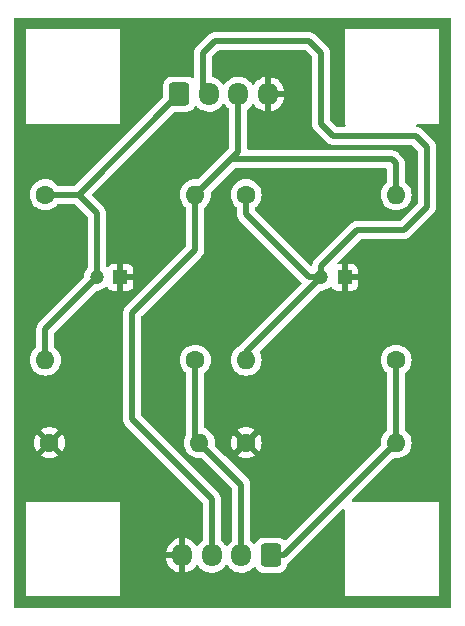
<source format=gbr>
%TF.GenerationSoftware,KiCad,Pcbnew,(6.0.6)*%
%TF.CreationDate,2022-08-24T10:35:02+01:00*%
%TF.ProjectId,board2,626f6172-6432-42e6-9b69-6361645f7063,rev?*%
%TF.SameCoordinates,Original*%
%TF.FileFunction,Copper,L2,Bot*%
%TF.FilePolarity,Positive*%
%FSLAX46Y46*%
G04 Gerber Fmt 4.6, Leading zero omitted, Abs format (unit mm)*
G04 Created by KiCad (PCBNEW (6.0.6)) date 2022-08-24 10:35:02*
%MOMM*%
%LPD*%
G01*
G04 APERTURE LIST*
G04 Aperture macros list*
%AMRoundRect*
0 Rectangle with rounded corners*
0 $1 Rounding radius*
0 $2 $3 $4 $5 $6 $7 $8 $9 X,Y pos of 4 corners*
0 Add a 4 corners polygon primitive as box body*
4,1,4,$2,$3,$4,$5,$6,$7,$8,$9,$2,$3,0*
0 Add four circle primitives for the rounded corners*
1,1,$1+$1,$2,$3*
1,1,$1+$1,$4,$5*
1,1,$1+$1,$6,$7*
1,1,$1+$1,$8,$9*
0 Add four rect primitives between the rounded corners*
20,1,$1+$1,$2,$3,$4,$5,0*
20,1,$1+$1,$4,$5,$6,$7,0*
20,1,$1+$1,$6,$7,$8,$9,0*
20,1,$1+$1,$8,$9,$2,$3,0*%
G04 Aperture macros list end*
%TA.AperFunction,ComponentPad*%
%ADD10C,1.600000*%
%TD*%
%TA.AperFunction,ComponentPad*%
%ADD11O,1.600000X1.600000*%
%TD*%
%TA.AperFunction,ComponentPad*%
%ADD12R,1.200000X1.200000*%
%TD*%
%TA.AperFunction,ComponentPad*%
%ADD13C,1.200000*%
%TD*%
%TA.AperFunction,ComponentPad*%
%ADD14RoundRect,0.250000X0.600000X0.725000X-0.600000X0.725000X-0.600000X-0.725000X0.600000X-0.725000X0*%
%TD*%
%TA.AperFunction,ComponentPad*%
%ADD15O,1.700000X1.950000*%
%TD*%
%TA.AperFunction,ComponentPad*%
%ADD16RoundRect,0.250000X-0.600000X-0.725000X0.600000X-0.725000X0.600000X0.725000X-0.600000X0.725000X0*%
%TD*%
%TA.AperFunction,Conductor*%
%ADD17C,0.500000*%
%TD*%
G04 APERTURE END LIST*
D10*
%TO.P,R1,1*%
%TO.N,Net-(J2-Pad1)*%
X75350000Y-99000000D03*
D11*
%TO.P,R1,2*%
%TO.N,Net-(J1-Pad2)*%
X62650000Y-99000000D03*
%TD*%
D12*
%TO.P,C2,1*%
%TO.N,GND*%
X71000000Y-92000000D03*
D13*
%TO.P,C2,2*%
%TO.N,Net-(J1-Pad2)*%
X69000000Y-92000000D03*
%TD*%
D14*
%TO.P,J2,1,Pin_1*%
%TO.N,Net-(J2-Pad1)*%
X64750000Y-115525000D03*
D15*
%TO.P,J2,2,Pin_2*%
%TO.N,Net-(J2-Pad2)*%
X62250000Y-115525000D03*
%TO.P,J2,3,Pin_3*%
%TO.N,+5V*%
X59750000Y-115525000D03*
%TO.P,J2,4,Pin_4*%
%TO.N,GND*%
X57250000Y-115525000D03*
%TD*%
D10*
%TO.P,R2,1*%
%TO.N,GND*%
X46000000Y-106000000D03*
D11*
%TO.P,R2,2*%
%TO.N,Net-(J2-Pad2)*%
X58700000Y-106000000D03*
%TD*%
D12*
%TO.P,C1,1*%
%TO.N,GND*%
X52000000Y-92000000D03*
D13*
%TO.P,C1,2*%
%TO.N,Net-(C1-Pad2)*%
X50000000Y-92000000D03*
%TD*%
D10*
%TO.P,R6,1*%
%TO.N,Net-(J1-Pad2)*%
X62650000Y-85000000D03*
D11*
%TO.P,R6,2*%
%TO.N,+5V*%
X75350000Y-85000000D03*
%TD*%
D10*
%TO.P,R3,1*%
%TO.N,Net-(J2-Pad2)*%
X58350000Y-99000000D03*
D11*
%TO.P,R3,2*%
%TO.N,Net-(C1-Pad2)*%
X45650000Y-99000000D03*
%TD*%
D10*
%TO.P,R5,1*%
%TO.N,Net-(C1-Pad2)*%
X45650000Y-85000000D03*
D11*
%TO.P,R5,2*%
%TO.N,+5V*%
X58350000Y-85000000D03*
%TD*%
D10*
%TO.P,R4,1*%
%TO.N,GND*%
X62650000Y-106000000D03*
D11*
%TO.P,R4,2*%
%TO.N,Net-(J2-Pad1)*%
X75350000Y-106000000D03*
%TD*%
D16*
%TO.P,J1,1,Pin_1*%
%TO.N,Net-(C1-Pad2)*%
X57000000Y-76475000D03*
D15*
%TO.P,J1,2,Pin_2*%
%TO.N,Net-(J1-Pad2)*%
X59500000Y-76475000D03*
%TO.P,J1,3,Pin_3*%
%TO.N,+5V*%
X62000000Y-76475000D03*
%TO.P,J1,4,Pin_4*%
%TO.N,GND*%
X64500000Y-76475000D03*
%TD*%
D17*
%TO.N,Net-(C1-Pad2)*%
X57000000Y-76475000D02*
X48475000Y-85000000D01*
X50000000Y-92000000D02*
X50000000Y-86525000D01*
X48475000Y-85000000D02*
X45650000Y-85000000D01*
X45650000Y-96350000D02*
X45650000Y-99000000D01*
X50000000Y-86525000D02*
X48475000Y-85000000D01*
X57000000Y-76475000D02*
X56525000Y-76475000D01*
X50000000Y-92000000D02*
X45650000Y-96350000D01*
%TO.N,Net-(J1-Pad2)*%
X62650000Y-86650000D02*
X68000000Y-92000000D01*
X69000000Y-91000000D02*
X69000000Y-92000000D01*
X59475000Y-76475000D02*
X59500000Y-76475000D01*
X69000000Y-73000000D02*
X69000000Y-79000000D01*
X68000000Y-72000000D02*
X69000000Y-73000000D01*
X72000000Y-88000000D02*
X69000000Y-91000000D01*
X59000000Y-73000000D02*
X59000000Y-76000000D01*
X67000000Y-72000000D02*
X68000000Y-72000000D01*
X78000000Y-86000000D02*
X76000000Y-88000000D01*
X62650000Y-85000000D02*
X62650000Y-86650000D01*
X60000000Y-72000000D02*
X59000000Y-73000000D01*
X59000000Y-76000000D02*
X59475000Y-76475000D01*
X69000000Y-92000000D02*
X62650000Y-98350000D01*
X78000000Y-81000000D02*
X78000000Y-86000000D01*
X60000000Y-72000000D02*
X67000000Y-72000000D01*
X68000000Y-92000000D02*
X69000000Y-92000000D01*
X62650000Y-98350000D02*
X62650000Y-99000000D01*
X70000000Y-80000000D02*
X69000000Y-79000000D01*
X77000000Y-80000000D02*
X70000000Y-80000000D01*
X78000000Y-81000000D02*
X77000000Y-80000000D01*
X76000000Y-88000000D02*
X72000000Y-88000000D01*
%TO.N,+5V*%
X62000000Y-76475000D02*
X62000000Y-81350000D01*
X75000000Y-82000000D02*
X61350000Y-82000000D01*
X62000000Y-81350000D02*
X61175000Y-82175000D01*
X61350000Y-82000000D02*
X61175000Y-82175000D01*
X75350000Y-85000000D02*
X75350000Y-82350000D01*
X58350000Y-89650000D02*
X58350000Y-85000000D01*
X75350000Y-82350000D02*
X75000000Y-82000000D01*
X59750000Y-115525000D02*
X59750000Y-110750000D01*
X53000000Y-104000000D02*
X53000000Y-95000000D01*
X53000000Y-95000000D02*
X58350000Y-89650000D01*
X59750000Y-110750000D02*
X53000000Y-104000000D01*
X61175000Y-82175000D02*
X58350000Y-85000000D01*
%TO.N,Net-(J2-Pad1)*%
X75350000Y-99000000D02*
X75350000Y-106000000D01*
X64750000Y-115525000D02*
X65825000Y-115525000D01*
X65825000Y-115525000D02*
X75350000Y-106000000D01*
%TO.N,Net-(J2-Pad2)*%
X62250000Y-109550000D02*
X62250000Y-115525000D01*
X58700000Y-106000000D02*
X62250000Y-109550000D01*
X58350000Y-105650000D02*
X58700000Y-106000000D01*
X58350000Y-99000000D02*
X58350000Y-105650000D01*
%TD*%
%TA.AperFunction,Conductor*%
%TO.N,GND*%
G36*
X79942121Y-70020002D02*
G01*
X79988614Y-70073658D01*
X80000000Y-70126000D01*
X80000000Y-119874000D01*
X79979998Y-119942121D01*
X79926342Y-119988614D01*
X79874000Y-120000000D01*
X43126000Y-120000000D01*
X43057879Y-119979998D01*
X43011386Y-119926342D01*
X43000000Y-119874000D01*
X43000000Y-119000000D01*
X44000000Y-119000000D01*
X52000000Y-119000000D01*
X52000000Y-115795193D01*
X55899410Y-115795193D01*
X55906124Y-115874325D01*
X55907914Y-115884797D01*
X55963130Y-116097535D01*
X55966665Y-116107575D01*
X56056937Y-116307970D01*
X56062106Y-116317256D01*
X56184850Y-116499575D01*
X56191519Y-116507870D01*
X56343228Y-116666900D01*
X56351186Y-116673941D01*
X56527525Y-116805141D01*
X56536562Y-116810745D01*
X56732484Y-116910357D01*
X56742335Y-116914357D01*
X56952240Y-116979534D01*
X56962624Y-116981817D01*
X56978043Y-116983861D01*
X56992207Y-116981665D01*
X56996000Y-116968478D01*
X56996000Y-115797115D01*
X56991525Y-115781876D01*
X56990135Y-115780671D01*
X56982452Y-115779000D01*
X55916151Y-115779000D01*
X55901473Y-115783310D01*
X55899410Y-115795193D01*
X52000000Y-115795193D01*
X52000000Y-115253174D01*
X55896496Y-115253174D01*
X55897915Y-115266414D01*
X55912550Y-115271000D01*
X56977885Y-115271000D01*
X56993124Y-115266525D01*
X56994329Y-115265135D01*
X56996000Y-115257452D01*
X56996000Y-114083808D01*
X56992027Y-114070277D01*
X56981420Y-114068752D01*
X56863579Y-114093477D01*
X56853383Y-114096537D01*
X56648971Y-114177263D01*
X56639439Y-114181994D01*
X56451538Y-114296016D01*
X56442948Y-114302280D01*
X56276948Y-114446327D01*
X56269528Y-114453958D01*
X56130174Y-114623911D01*
X56124150Y-114632678D01*
X56015424Y-114823682D01*
X56010959Y-114833346D01*
X55935969Y-115039941D01*
X55933198Y-115050208D01*
X55896496Y-115253174D01*
X52000000Y-115253174D01*
X52000000Y-111000000D01*
X44000000Y-111000000D01*
X44000000Y-119000000D01*
X43000000Y-119000000D01*
X43000000Y-107086062D01*
X45278493Y-107086062D01*
X45287789Y-107098077D01*
X45338994Y-107133931D01*
X45348489Y-107139414D01*
X45545947Y-107231490D01*
X45556239Y-107235236D01*
X45766688Y-107291625D01*
X45777481Y-107293528D01*
X45994525Y-107312517D01*
X46005475Y-107312517D01*
X46222519Y-107293528D01*
X46233312Y-107291625D01*
X46443761Y-107235236D01*
X46454053Y-107231490D01*
X46651511Y-107139414D01*
X46661006Y-107133931D01*
X46713048Y-107097491D01*
X46721424Y-107087012D01*
X46714356Y-107073566D01*
X46012812Y-106372022D01*
X45998868Y-106364408D01*
X45997035Y-106364539D01*
X45990420Y-106368790D01*
X45284923Y-107074287D01*
X45278493Y-107086062D01*
X43000000Y-107086062D01*
X43000000Y-106005475D01*
X44687483Y-106005475D01*
X44706472Y-106222519D01*
X44708375Y-106233312D01*
X44764764Y-106443761D01*
X44768510Y-106454053D01*
X44860586Y-106651511D01*
X44866069Y-106661006D01*
X44902509Y-106713048D01*
X44912988Y-106721424D01*
X44926434Y-106714356D01*
X45627978Y-106012812D01*
X45634356Y-106001132D01*
X46364408Y-106001132D01*
X46364539Y-106002965D01*
X46368790Y-106009580D01*
X47074287Y-106715077D01*
X47086062Y-106721507D01*
X47098077Y-106712211D01*
X47133931Y-106661006D01*
X47139414Y-106651511D01*
X47231490Y-106454053D01*
X47235236Y-106443761D01*
X47291625Y-106233312D01*
X47293528Y-106222519D01*
X47312517Y-106005475D01*
X47312517Y-105994525D01*
X47293528Y-105777481D01*
X47291625Y-105766688D01*
X47235236Y-105556239D01*
X47231490Y-105545947D01*
X47139414Y-105348489D01*
X47133931Y-105338994D01*
X47097491Y-105286952D01*
X47087012Y-105278576D01*
X47073566Y-105285644D01*
X46372022Y-105987188D01*
X46364408Y-106001132D01*
X45634356Y-106001132D01*
X45635592Y-105998868D01*
X45635461Y-105997035D01*
X45631210Y-105990420D01*
X44925713Y-105284923D01*
X44913938Y-105278493D01*
X44901923Y-105287789D01*
X44866069Y-105338994D01*
X44860586Y-105348489D01*
X44768510Y-105545947D01*
X44764764Y-105556239D01*
X44708375Y-105766688D01*
X44706472Y-105777481D01*
X44687483Y-105994525D01*
X44687483Y-106005475D01*
X43000000Y-106005475D01*
X43000000Y-104912988D01*
X45278576Y-104912988D01*
X45285644Y-104926434D01*
X45987188Y-105627978D01*
X46001132Y-105635592D01*
X46002965Y-105635461D01*
X46009580Y-105631210D01*
X46715077Y-104925713D01*
X46721507Y-104913938D01*
X46712211Y-104901923D01*
X46661006Y-104866069D01*
X46651511Y-104860586D01*
X46454053Y-104768510D01*
X46443761Y-104764764D01*
X46233312Y-104708375D01*
X46222519Y-104706472D01*
X46005475Y-104687483D01*
X45994525Y-104687483D01*
X45777481Y-104706472D01*
X45766688Y-104708375D01*
X45556239Y-104764764D01*
X45545947Y-104768510D01*
X45348489Y-104860586D01*
X45338994Y-104866069D01*
X45286952Y-104902509D01*
X45278576Y-104912988D01*
X43000000Y-104912988D01*
X43000000Y-99000000D01*
X44336502Y-99000000D01*
X44356457Y-99228087D01*
X44415716Y-99449243D01*
X44418039Y-99454224D01*
X44418039Y-99454225D01*
X44510151Y-99651762D01*
X44510154Y-99651767D01*
X44512477Y-99656749D01*
X44643802Y-99844300D01*
X44805700Y-100006198D01*
X44810208Y-100009355D01*
X44810211Y-100009357D01*
X44837769Y-100028653D01*
X44993251Y-100137523D01*
X44998233Y-100139846D01*
X44998238Y-100139849D01*
X45195775Y-100231961D01*
X45200757Y-100234284D01*
X45206065Y-100235706D01*
X45206067Y-100235707D01*
X45416598Y-100292119D01*
X45416600Y-100292119D01*
X45421913Y-100293543D01*
X45650000Y-100313498D01*
X45878087Y-100293543D01*
X45883400Y-100292119D01*
X45883402Y-100292119D01*
X46093933Y-100235707D01*
X46093935Y-100235706D01*
X46099243Y-100234284D01*
X46104225Y-100231961D01*
X46301762Y-100139849D01*
X46301767Y-100139846D01*
X46306749Y-100137523D01*
X46462231Y-100028653D01*
X46489789Y-100009357D01*
X46489792Y-100009355D01*
X46494300Y-100006198D01*
X46656198Y-99844300D01*
X46787523Y-99656749D01*
X46789846Y-99651767D01*
X46789849Y-99651762D01*
X46881961Y-99454225D01*
X46881961Y-99454224D01*
X46884284Y-99449243D01*
X46943543Y-99228087D01*
X46963498Y-99000000D01*
X46943543Y-98771913D01*
X46884284Y-98550757D01*
X46881961Y-98545775D01*
X46789849Y-98348238D01*
X46789846Y-98348233D01*
X46787523Y-98343251D01*
X46656198Y-98155700D01*
X46494300Y-97993802D01*
X46462229Y-97971345D01*
X46417901Y-97915890D01*
X46408500Y-97868133D01*
X46408500Y-96716371D01*
X46428502Y-96648250D01*
X46445405Y-96627276D01*
X49925665Y-93147016D01*
X49987977Y-93112990D01*
X50019704Y-93110208D01*
X50058263Y-93111723D01*
X50259883Y-93082490D01*
X50265347Y-93080635D01*
X50265352Y-93080634D01*
X50447327Y-93018862D01*
X50447332Y-93018860D01*
X50452799Y-93017004D01*
X50630551Y-92917458D01*
X50760018Y-92809782D01*
X50825181Y-92781601D01*
X50895236Y-92793125D01*
X50951105Y-92846144D01*
X50955214Y-92853648D01*
X51031715Y-92955724D01*
X51044276Y-92968285D01*
X51146351Y-93044786D01*
X51161946Y-93053324D01*
X51282394Y-93098478D01*
X51297649Y-93102105D01*
X51348514Y-93107631D01*
X51355328Y-93108000D01*
X51727885Y-93108000D01*
X51743124Y-93103525D01*
X51744329Y-93102135D01*
X51746000Y-93094452D01*
X51746000Y-93089884D01*
X52254000Y-93089884D01*
X52258475Y-93105123D01*
X52259865Y-93106328D01*
X52267548Y-93107999D01*
X52644669Y-93107999D01*
X52651490Y-93107629D01*
X52702352Y-93102105D01*
X52717604Y-93098479D01*
X52838054Y-93053324D01*
X52853649Y-93044786D01*
X52955724Y-92968285D01*
X52968285Y-92955724D01*
X53044786Y-92853649D01*
X53053324Y-92838054D01*
X53098478Y-92717606D01*
X53102105Y-92702351D01*
X53107631Y-92651486D01*
X53108000Y-92644672D01*
X53108000Y-92272115D01*
X53103525Y-92256876D01*
X53102135Y-92255671D01*
X53094452Y-92254000D01*
X52272115Y-92254000D01*
X52256876Y-92258475D01*
X52255671Y-92259865D01*
X52254000Y-92267548D01*
X52254000Y-93089884D01*
X51746000Y-93089884D01*
X51746000Y-91727885D01*
X52254000Y-91727885D01*
X52258475Y-91743124D01*
X52259865Y-91744329D01*
X52267548Y-91746000D01*
X53089884Y-91746000D01*
X53105123Y-91741525D01*
X53106328Y-91740135D01*
X53107999Y-91732452D01*
X53107999Y-91355331D01*
X53107629Y-91348510D01*
X53102105Y-91297648D01*
X53098479Y-91282396D01*
X53053324Y-91161946D01*
X53044786Y-91146351D01*
X52968285Y-91044276D01*
X52955724Y-91031715D01*
X52853649Y-90955214D01*
X52838054Y-90946676D01*
X52717606Y-90901522D01*
X52702351Y-90897895D01*
X52651486Y-90892369D01*
X52644672Y-90892000D01*
X52272115Y-90892000D01*
X52256876Y-90896475D01*
X52255671Y-90897865D01*
X52254000Y-90905548D01*
X52254000Y-91727885D01*
X51746000Y-91727885D01*
X51746000Y-90910116D01*
X51741525Y-90894877D01*
X51740135Y-90893672D01*
X51732452Y-90892001D01*
X51355331Y-90892001D01*
X51348510Y-90892371D01*
X51297648Y-90897895D01*
X51282396Y-90901521D01*
X51161946Y-90946676D01*
X51146351Y-90955214D01*
X51044276Y-91031715D01*
X51031715Y-91044276D01*
X50985326Y-91106173D01*
X50928467Y-91148688D01*
X50857649Y-91153714D01*
X50795355Y-91119654D01*
X50761365Y-91057323D01*
X50758500Y-91030608D01*
X50758500Y-86592070D01*
X50759933Y-86573120D01*
X50762099Y-86558885D01*
X50762099Y-86558881D01*
X50763199Y-86551651D01*
X50759870Y-86510716D01*
X50758915Y-86498982D01*
X50758500Y-86488767D01*
X50758500Y-86480707D01*
X50755209Y-86452480D01*
X50754778Y-86448121D01*
X50749454Y-86382662D01*
X50749453Y-86382659D01*
X50748860Y-86375364D01*
X50746604Y-86368400D01*
X50745417Y-86362461D01*
X50744030Y-86356590D01*
X50743182Y-86349319D01*
X50740686Y-86342443D01*
X50740684Y-86342434D01*
X50718275Y-86280702D01*
X50716865Y-86276598D01*
X50694352Y-86207101D01*
X50690556Y-86200846D01*
X50688057Y-86195387D01*
X50685329Y-86189939D01*
X50682833Y-86183063D01*
X50642805Y-86122010D01*
X50640481Y-86118327D01*
X50605504Y-86060686D01*
X50605501Y-86060682D01*
X50602595Y-86055893D01*
X50598886Y-86051694D01*
X50598883Y-86051689D01*
X50595197Y-86047516D01*
X50595224Y-86047492D01*
X50592571Y-86044500D01*
X50589868Y-86041267D01*
X50585856Y-86035148D01*
X50529617Y-85981872D01*
X50527175Y-85979494D01*
X49636776Y-85089095D01*
X49602750Y-85026783D01*
X49607815Y-84955968D01*
X49636776Y-84910905D01*
X56552276Y-77995405D01*
X56614588Y-77961379D01*
X56641371Y-77958500D01*
X57650400Y-77958500D01*
X57653646Y-77958163D01*
X57653650Y-77958163D01*
X57749308Y-77948238D01*
X57749312Y-77948237D01*
X57756166Y-77947526D01*
X57762702Y-77945345D01*
X57762704Y-77945345D01*
X57916998Y-77893868D01*
X57923946Y-77891550D01*
X58074348Y-77798478D01*
X58199305Y-77673303D01*
X58289081Y-77527660D01*
X58341852Y-77480168D01*
X58411924Y-77468744D01*
X58477048Y-77497018D01*
X58487510Y-77506805D01*
X58529215Y-77550523D01*
X58596576Y-77621135D01*
X58781542Y-77758754D01*
X58786293Y-77761170D01*
X58786297Y-77761172D01*
X58859673Y-77798478D01*
X58987051Y-77863240D01*
X58992145Y-77864822D01*
X58992148Y-77864823D01*
X59157583Y-77916192D01*
X59207227Y-77931607D01*
X59212516Y-77932308D01*
X59430489Y-77961198D01*
X59430494Y-77961198D01*
X59435774Y-77961898D01*
X59441103Y-77961698D01*
X59441105Y-77961698D01*
X59550966Y-77957574D01*
X59666158Y-77953249D01*
X59891791Y-77905907D01*
X59896750Y-77903949D01*
X59896752Y-77903948D01*
X60101256Y-77823185D01*
X60101258Y-77823184D01*
X60106221Y-77821224D01*
X60111525Y-77818006D01*
X60298757Y-77704390D01*
X60298756Y-77704390D01*
X60303317Y-77701623D01*
X60343134Y-77667072D01*
X60473412Y-77554023D01*
X60473414Y-77554021D01*
X60477445Y-77550523D01*
X60544500Y-77468744D01*
X60620240Y-77376373D01*
X60620244Y-77376367D01*
X60623624Y-77372245D01*
X60641552Y-77340750D01*
X60692632Y-77291445D01*
X60762262Y-77277583D01*
X60828333Y-77303566D01*
X60855573Y-77332716D01*
X60937441Y-77454319D01*
X61096576Y-77621135D01*
X61100854Y-77624318D01*
X61190713Y-77691175D01*
X61233426Y-77747885D01*
X61241500Y-77792264D01*
X61241500Y-80983629D01*
X61221498Y-81051750D01*
X61204595Y-81072724D01*
X60875850Y-81401469D01*
X60867577Y-81409037D01*
X60866268Y-81410132D01*
X60860148Y-81414144D01*
X60830951Y-81444965D01*
X60806872Y-81470383D01*
X60804494Y-81472825D01*
X58612990Y-83664329D01*
X58550678Y-83698355D01*
X58512913Y-83700755D01*
X58355475Y-83686981D01*
X58350000Y-83686502D01*
X58121913Y-83706457D01*
X58116600Y-83707881D01*
X58116598Y-83707881D01*
X57906067Y-83764293D01*
X57906065Y-83764294D01*
X57900757Y-83765716D01*
X57895776Y-83768039D01*
X57895775Y-83768039D01*
X57698238Y-83860151D01*
X57698233Y-83860154D01*
X57693251Y-83862477D01*
X57616970Y-83915890D01*
X57510211Y-83990643D01*
X57510208Y-83990645D01*
X57505700Y-83993802D01*
X57343802Y-84155700D01*
X57212477Y-84343251D01*
X57210154Y-84348233D01*
X57210151Y-84348238D01*
X57118039Y-84545775D01*
X57115716Y-84550757D01*
X57056457Y-84771913D01*
X57036502Y-85000000D01*
X57056457Y-85228087D01*
X57115716Y-85449243D01*
X57118039Y-85454224D01*
X57118039Y-85454225D01*
X57210151Y-85651762D01*
X57210154Y-85651767D01*
X57212477Y-85656749D01*
X57343802Y-85844300D01*
X57505700Y-86006198D01*
X57537771Y-86028655D01*
X57582099Y-86084110D01*
X57591500Y-86131867D01*
X57591500Y-89283629D01*
X57571498Y-89351750D01*
X57554595Y-89372724D01*
X52511089Y-94416230D01*
X52496677Y-94428616D01*
X52485082Y-94437149D01*
X52485077Y-94437154D01*
X52479182Y-94441492D01*
X52474443Y-94447070D01*
X52474440Y-94447073D01*
X52444965Y-94481768D01*
X52438035Y-94489284D01*
X52432340Y-94494979D01*
X52430060Y-94497861D01*
X52414719Y-94517251D01*
X52411928Y-94520655D01*
X52369409Y-94570703D01*
X52364667Y-94576285D01*
X52361339Y-94582801D01*
X52357972Y-94587850D01*
X52354805Y-94592979D01*
X52350266Y-94598716D01*
X52319345Y-94664875D01*
X52317442Y-94668769D01*
X52284231Y-94733808D01*
X52282492Y-94740916D01*
X52280393Y-94746559D01*
X52278476Y-94752322D01*
X52275378Y-94758950D01*
X52273888Y-94766112D01*
X52273888Y-94766113D01*
X52260514Y-94830412D01*
X52259544Y-94834696D01*
X52242192Y-94905610D01*
X52241500Y-94916764D01*
X52241464Y-94916762D01*
X52241225Y-94920755D01*
X52240851Y-94924947D01*
X52239360Y-94932115D01*
X52239558Y-94939432D01*
X52241454Y-95009521D01*
X52241500Y-95012928D01*
X52241500Y-103932930D01*
X52240067Y-103951880D01*
X52236801Y-103973349D01*
X52237394Y-103980641D01*
X52237394Y-103980644D01*
X52241085Y-104026018D01*
X52241500Y-104036233D01*
X52241500Y-104044293D01*
X52241925Y-104047937D01*
X52244789Y-104072507D01*
X52245222Y-104076882D01*
X52251140Y-104149637D01*
X52253396Y-104156601D01*
X52254587Y-104162560D01*
X52255971Y-104168415D01*
X52256818Y-104175681D01*
X52281735Y-104244327D01*
X52283152Y-104248455D01*
X52305649Y-104317899D01*
X52309445Y-104324154D01*
X52311951Y-104329628D01*
X52314670Y-104335058D01*
X52317167Y-104341937D01*
X52321180Y-104348057D01*
X52321180Y-104348058D01*
X52357186Y-104402976D01*
X52359523Y-104406680D01*
X52397405Y-104469107D01*
X52401121Y-104473315D01*
X52401122Y-104473316D01*
X52404803Y-104477484D01*
X52404776Y-104477508D01*
X52407429Y-104480500D01*
X52410132Y-104483733D01*
X52414144Y-104489852D01*
X52419456Y-104494884D01*
X52470383Y-104543128D01*
X52472825Y-104545506D01*
X58954595Y-111027276D01*
X58988621Y-111089588D01*
X58991500Y-111116371D01*
X58991500Y-114202192D01*
X58971498Y-114270313D01*
X58945897Y-114297471D01*
X58946683Y-114298377D01*
X58849484Y-114382722D01*
X58772555Y-114449477D01*
X58769168Y-114453608D01*
X58629760Y-114623627D01*
X58629756Y-114623633D01*
X58626376Y-114627755D01*
X58623738Y-114632390D01*
X58623733Y-114632398D01*
X58608171Y-114659735D01*
X58557088Y-114709041D01*
X58487458Y-114722902D01*
X58421387Y-114696918D01*
X58394149Y-114667768D01*
X58315148Y-114550422D01*
X58308481Y-114542130D01*
X58156772Y-114383100D01*
X58148814Y-114376059D01*
X57972475Y-114244859D01*
X57963438Y-114239255D01*
X57767516Y-114139643D01*
X57757665Y-114135643D01*
X57547760Y-114070466D01*
X57537376Y-114068183D01*
X57521957Y-114066139D01*
X57507793Y-114068335D01*
X57504000Y-114081522D01*
X57504000Y-116966192D01*
X57507973Y-116979723D01*
X57518580Y-116981248D01*
X57636421Y-116956523D01*
X57646617Y-116953463D01*
X57851029Y-116872737D01*
X57860561Y-116868006D01*
X58048462Y-116753984D01*
X58057052Y-116747720D01*
X58223052Y-116603673D01*
X58230472Y-116596042D01*
X58369826Y-116426089D01*
X58375848Y-116417326D01*
X58391238Y-116390289D01*
X58442320Y-116340982D01*
X58511951Y-116327120D01*
X58578022Y-116353103D01*
X58605261Y-116382253D01*
X58634773Y-116426089D01*
X58687441Y-116504319D01*
X58691120Y-116508176D01*
X58691122Y-116508178D01*
X58752710Y-116572738D01*
X58846576Y-116671135D01*
X59031542Y-116808754D01*
X59036293Y-116811170D01*
X59036297Y-116811172D01*
X59099481Y-116843296D01*
X59237051Y-116913240D01*
X59242145Y-116914822D01*
X59242148Y-116914823D01*
X59407583Y-116966192D01*
X59457227Y-116981607D01*
X59462516Y-116982308D01*
X59680489Y-117011198D01*
X59680494Y-117011198D01*
X59685774Y-117011898D01*
X59691103Y-117011698D01*
X59691105Y-117011698D01*
X59800966Y-117007573D01*
X59916158Y-117003249D01*
X59938802Y-116998498D01*
X60136572Y-116957002D01*
X60141791Y-116955907D01*
X60146750Y-116953949D01*
X60146752Y-116953948D01*
X60351256Y-116873185D01*
X60351258Y-116873184D01*
X60356221Y-116871224D01*
X60361525Y-116868006D01*
X60548757Y-116754390D01*
X60548756Y-116754390D01*
X60553317Y-116751623D01*
X60593134Y-116717072D01*
X60723412Y-116604023D01*
X60723414Y-116604021D01*
X60727445Y-116600523D01*
X60791048Y-116522954D01*
X60870240Y-116426373D01*
X60870244Y-116426367D01*
X60873624Y-116422245D01*
X60891552Y-116390750D01*
X60942632Y-116341445D01*
X61012262Y-116327583D01*
X61078333Y-116353566D01*
X61105573Y-116382716D01*
X61110983Y-116390752D01*
X61187441Y-116504319D01*
X61191120Y-116508176D01*
X61191122Y-116508178D01*
X61252710Y-116572738D01*
X61346576Y-116671135D01*
X61531542Y-116808754D01*
X61536293Y-116811170D01*
X61536297Y-116811172D01*
X61599481Y-116843296D01*
X61737051Y-116913240D01*
X61742145Y-116914822D01*
X61742148Y-116914823D01*
X61907583Y-116966192D01*
X61957227Y-116981607D01*
X61962516Y-116982308D01*
X62180489Y-117011198D01*
X62180494Y-117011198D01*
X62185774Y-117011898D01*
X62191103Y-117011698D01*
X62191105Y-117011698D01*
X62300966Y-117007573D01*
X62416158Y-117003249D01*
X62438802Y-116998498D01*
X62636572Y-116957002D01*
X62641791Y-116955907D01*
X62646750Y-116953949D01*
X62646752Y-116953948D01*
X62851256Y-116873185D01*
X62851258Y-116873184D01*
X62856221Y-116871224D01*
X62861525Y-116868006D01*
X63048757Y-116754390D01*
X63048756Y-116754390D01*
X63053317Y-116751623D01*
X63093134Y-116717072D01*
X63223412Y-116604023D01*
X63223414Y-116604021D01*
X63227445Y-116600523D01*
X63256670Y-116564880D01*
X63315329Y-116524886D01*
X63386299Y-116522954D01*
X63447048Y-116559698D01*
X63461248Y-116578468D01*
X63477062Y-116604023D01*
X63551522Y-116724348D01*
X63676697Y-116849305D01*
X63682927Y-116853145D01*
X63682928Y-116853146D01*
X63820090Y-116937694D01*
X63827262Y-116942115D01*
X63862938Y-116953948D01*
X63988611Y-116995632D01*
X63988613Y-116995632D01*
X63995139Y-116997797D01*
X64001975Y-116998497D01*
X64001978Y-116998498D01*
X64037663Y-117002154D01*
X64099600Y-117008500D01*
X65400400Y-117008500D01*
X65403646Y-117008163D01*
X65403650Y-117008163D01*
X65499308Y-116998238D01*
X65499312Y-116998237D01*
X65506166Y-116997526D01*
X65512702Y-116995345D01*
X65512704Y-116995345D01*
X65644806Y-116951272D01*
X65673946Y-116941550D01*
X65824348Y-116848478D01*
X65949305Y-116723303D01*
X65981462Y-116671135D01*
X66038275Y-116578968D01*
X66038276Y-116578966D01*
X66042115Y-116572738D01*
X66092031Y-116422245D01*
X66095632Y-116411389D01*
X66095632Y-116411387D01*
X66097797Y-116404861D01*
X66100114Y-116382253D01*
X66108386Y-116301511D01*
X66135227Y-116235783D01*
X66167904Y-116209309D01*
X66166937Y-116207833D01*
X66227976Y-116167814D01*
X66231680Y-116165477D01*
X66294107Y-116127595D01*
X66302484Y-116120197D01*
X66302508Y-116120224D01*
X66305500Y-116117571D01*
X66308733Y-116114868D01*
X66314852Y-116110856D01*
X66368128Y-116054617D01*
X66370506Y-116052175D01*
X70784905Y-111637776D01*
X70847217Y-111603750D01*
X70918032Y-111608815D01*
X70974868Y-111651362D01*
X70999679Y-111717882D01*
X71000000Y-111726871D01*
X71000000Y-119000000D01*
X79000000Y-119000000D01*
X79000000Y-111000000D01*
X71726871Y-111000000D01*
X71658750Y-110979998D01*
X71612257Y-110926342D01*
X71602153Y-110856068D01*
X71631647Y-110791488D01*
X71637776Y-110784905D01*
X75087010Y-107335671D01*
X75149322Y-107301645D01*
X75187087Y-107299245D01*
X75344525Y-107313019D01*
X75350000Y-107313498D01*
X75578087Y-107293543D01*
X75583400Y-107292119D01*
X75583402Y-107292119D01*
X75793933Y-107235707D01*
X75793935Y-107235706D01*
X75799243Y-107234284D01*
X75805235Y-107231490D01*
X76001762Y-107139849D01*
X76001767Y-107139846D01*
X76006749Y-107137523D01*
X76111611Y-107064098D01*
X76189789Y-107009357D01*
X76189792Y-107009355D01*
X76194300Y-107006198D01*
X76356198Y-106844300D01*
X76487523Y-106656749D01*
X76489846Y-106651767D01*
X76489849Y-106651762D01*
X76581961Y-106454225D01*
X76581961Y-106454224D01*
X76584284Y-106449243D01*
X76604976Y-106372022D01*
X76642119Y-106233402D01*
X76642119Y-106233400D01*
X76643543Y-106228087D01*
X76663498Y-106000000D01*
X76643543Y-105771913D01*
X76606981Y-105635461D01*
X76585707Y-105556067D01*
X76585706Y-105556065D01*
X76584284Y-105550757D01*
X76489966Y-105348489D01*
X76489849Y-105348238D01*
X76489846Y-105348233D01*
X76487523Y-105343251D01*
X76356198Y-105155700D01*
X76194300Y-104993802D01*
X76162229Y-104971345D01*
X76117901Y-104915890D01*
X76108500Y-104868133D01*
X76108500Y-100131867D01*
X76128502Y-100063746D01*
X76162228Y-100028655D01*
X76194300Y-100006198D01*
X76356198Y-99844300D01*
X76487523Y-99656749D01*
X76489846Y-99651767D01*
X76489849Y-99651762D01*
X76581961Y-99454225D01*
X76581961Y-99454224D01*
X76584284Y-99449243D01*
X76643543Y-99228087D01*
X76663498Y-99000000D01*
X76643543Y-98771913D01*
X76584284Y-98550757D01*
X76581961Y-98545775D01*
X76489849Y-98348238D01*
X76489846Y-98348233D01*
X76487523Y-98343251D01*
X76356198Y-98155700D01*
X76194300Y-97993802D01*
X76189792Y-97990645D01*
X76189789Y-97990643D01*
X76083030Y-97915890D01*
X76006749Y-97862477D01*
X76001765Y-97860153D01*
X76001762Y-97860151D01*
X75804225Y-97768039D01*
X75804224Y-97768039D01*
X75799243Y-97765716D01*
X75793935Y-97764294D01*
X75793933Y-97764293D01*
X75583402Y-97707881D01*
X75583400Y-97707881D01*
X75578087Y-97706457D01*
X75350000Y-97686502D01*
X75121913Y-97706457D01*
X75116600Y-97707881D01*
X75116598Y-97707881D01*
X74906067Y-97764293D01*
X74906065Y-97764294D01*
X74900757Y-97765716D01*
X74895776Y-97768039D01*
X74895775Y-97768039D01*
X74698238Y-97860151D01*
X74698235Y-97860153D01*
X74693251Y-97862477D01*
X74616970Y-97915890D01*
X74510211Y-97990643D01*
X74510208Y-97990645D01*
X74505700Y-97993802D01*
X74343802Y-98155700D01*
X74212477Y-98343251D01*
X74210154Y-98348233D01*
X74210151Y-98348238D01*
X74118039Y-98545775D01*
X74115716Y-98550757D01*
X74056457Y-98771913D01*
X74036502Y-99000000D01*
X74056457Y-99228087D01*
X74115716Y-99449243D01*
X74118039Y-99454224D01*
X74118039Y-99454225D01*
X74210151Y-99651762D01*
X74210154Y-99651767D01*
X74212477Y-99656749D01*
X74343802Y-99844300D01*
X74505700Y-100006198D01*
X74537771Y-100028655D01*
X74582099Y-100084110D01*
X74591500Y-100131867D01*
X74591500Y-104868133D01*
X74571498Y-104936254D01*
X74537772Y-104971345D01*
X74505700Y-104993802D01*
X74343802Y-105155700D01*
X74212477Y-105343251D01*
X74210154Y-105348233D01*
X74210151Y-105348238D01*
X74210034Y-105348489D01*
X74115716Y-105550757D01*
X74114294Y-105556065D01*
X74114293Y-105556067D01*
X74093019Y-105635461D01*
X74056457Y-105771913D01*
X74036502Y-106000000D01*
X74036981Y-106005475D01*
X74050755Y-106162913D01*
X74036766Y-106232518D01*
X74014329Y-106262990D01*
X66039092Y-114238227D01*
X65976780Y-114272253D01*
X65905965Y-114267188D01*
X65860980Y-114238306D01*
X65828484Y-114205867D01*
X65823303Y-114200695D01*
X65792965Y-114181994D01*
X65678968Y-114111725D01*
X65678966Y-114111724D01*
X65672738Y-114107885D01*
X65553498Y-114068335D01*
X65511389Y-114054368D01*
X65511387Y-114054368D01*
X65504861Y-114052203D01*
X65498025Y-114051503D01*
X65498022Y-114051502D01*
X65454969Y-114047091D01*
X65400400Y-114041500D01*
X64099600Y-114041500D01*
X64096354Y-114041837D01*
X64096350Y-114041837D01*
X64000692Y-114051762D01*
X64000688Y-114051763D01*
X63993834Y-114052474D01*
X63987298Y-114054655D01*
X63987296Y-114054655D01*
X63855194Y-114098728D01*
X63826054Y-114108450D01*
X63675652Y-114201522D01*
X63550695Y-114326697D01*
X63477170Y-114445977D01*
X63460920Y-114472339D01*
X63408148Y-114519832D01*
X63338076Y-114531256D01*
X63272952Y-114502982D01*
X63262490Y-114493195D01*
X63157103Y-114382722D01*
X63153424Y-114378865D01*
X63059287Y-114308824D01*
X63016574Y-114252115D01*
X63008500Y-114207736D01*
X63008500Y-109617069D01*
X63009933Y-109598118D01*
X63012099Y-109583883D01*
X63012099Y-109583881D01*
X63013199Y-109576651D01*
X63008915Y-109523982D01*
X63008500Y-109513767D01*
X63008500Y-109505707D01*
X63005211Y-109477493D01*
X63004778Y-109473118D01*
X62999454Y-109407661D01*
X62999453Y-109407658D01*
X62998860Y-109400363D01*
X62996604Y-109393399D01*
X62995413Y-109387440D01*
X62994029Y-109381585D01*
X62993182Y-109374319D01*
X62968265Y-109305673D01*
X62966848Y-109301545D01*
X62946607Y-109239064D01*
X62946606Y-109239062D01*
X62944351Y-109232101D01*
X62940555Y-109225846D01*
X62938049Y-109220372D01*
X62935330Y-109214942D01*
X62932833Y-109208063D01*
X62892814Y-109147024D01*
X62890467Y-109143305D01*
X62852595Y-109080893D01*
X62845197Y-109072516D01*
X62845224Y-109072492D01*
X62842571Y-109069500D01*
X62839868Y-109066267D01*
X62835856Y-109060148D01*
X62779617Y-109006872D01*
X62777175Y-109004494D01*
X60858743Y-107086062D01*
X61928493Y-107086062D01*
X61937789Y-107098077D01*
X61988994Y-107133931D01*
X61998489Y-107139414D01*
X62195947Y-107231490D01*
X62206239Y-107235236D01*
X62416688Y-107291625D01*
X62427481Y-107293528D01*
X62644525Y-107312517D01*
X62655475Y-107312517D01*
X62872519Y-107293528D01*
X62883312Y-107291625D01*
X63093761Y-107235236D01*
X63104053Y-107231490D01*
X63301511Y-107139414D01*
X63311006Y-107133931D01*
X63363048Y-107097491D01*
X63371424Y-107087012D01*
X63364356Y-107073566D01*
X62662812Y-106372022D01*
X62648868Y-106364408D01*
X62647035Y-106364539D01*
X62640420Y-106368790D01*
X61934923Y-107074287D01*
X61928493Y-107086062D01*
X60858743Y-107086062D01*
X60035671Y-106262990D01*
X60001645Y-106200678D01*
X59999245Y-106162913D01*
X60013019Y-106005475D01*
X61337483Y-106005475D01*
X61356472Y-106222519D01*
X61358375Y-106233312D01*
X61414764Y-106443761D01*
X61418510Y-106454053D01*
X61510586Y-106651511D01*
X61516069Y-106661006D01*
X61552509Y-106713048D01*
X61562988Y-106721424D01*
X61576434Y-106714356D01*
X62277978Y-106012812D01*
X62284356Y-106001132D01*
X63014408Y-106001132D01*
X63014539Y-106002965D01*
X63018790Y-106009580D01*
X63724287Y-106715077D01*
X63736062Y-106721507D01*
X63748077Y-106712211D01*
X63783931Y-106661006D01*
X63789414Y-106651511D01*
X63881490Y-106454053D01*
X63885236Y-106443761D01*
X63941625Y-106233312D01*
X63943528Y-106222519D01*
X63962517Y-106005475D01*
X63962517Y-105994525D01*
X63943528Y-105777481D01*
X63941625Y-105766688D01*
X63885236Y-105556239D01*
X63881490Y-105545947D01*
X63789414Y-105348489D01*
X63783931Y-105338994D01*
X63747491Y-105286952D01*
X63737012Y-105278576D01*
X63723566Y-105285644D01*
X63022022Y-105987188D01*
X63014408Y-106001132D01*
X62284356Y-106001132D01*
X62285592Y-105998868D01*
X62285461Y-105997035D01*
X62281210Y-105990420D01*
X61575713Y-105284923D01*
X61563938Y-105278493D01*
X61551923Y-105287789D01*
X61516069Y-105338994D01*
X61510586Y-105348489D01*
X61418510Y-105545947D01*
X61414764Y-105556239D01*
X61358375Y-105766688D01*
X61356472Y-105777481D01*
X61337483Y-105994525D01*
X61337483Y-106005475D01*
X60013019Y-106005475D01*
X60013498Y-106000000D01*
X59993543Y-105771913D01*
X59956981Y-105635461D01*
X59935707Y-105556067D01*
X59935706Y-105556065D01*
X59934284Y-105550757D01*
X59839966Y-105348489D01*
X59839849Y-105348238D01*
X59839846Y-105348233D01*
X59837523Y-105343251D01*
X59706198Y-105155700D01*
X59544300Y-104993802D01*
X59539792Y-104990645D01*
X59539789Y-104990643D01*
X59428886Y-104912988D01*
X61928576Y-104912988D01*
X61935644Y-104926434D01*
X62637188Y-105627978D01*
X62651132Y-105635592D01*
X62652965Y-105635461D01*
X62659580Y-105631210D01*
X63365077Y-104925713D01*
X63371507Y-104913938D01*
X63362211Y-104901923D01*
X63311006Y-104866069D01*
X63301511Y-104860586D01*
X63104053Y-104768510D01*
X63093761Y-104764764D01*
X62883312Y-104708375D01*
X62872519Y-104706472D01*
X62655475Y-104687483D01*
X62644525Y-104687483D01*
X62427481Y-104706472D01*
X62416688Y-104708375D01*
X62206239Y-104764764D01*
X62195947Y-104768510D01*
X61998489Y-104860586D01*
X61988994Y-104866069D01*
X61936952Y-104902509D01*
X61928576Y-104912988D01*
X59428886Y-104912988D01*
X59413920Y-104902509D01*
X59356749Y-104862477D01*
X59351767Y-104860154D01*
X59351762Y-104860151D01*
X59181250Y-104780641D01*
X59127965Y-104733724D01*
X59108500Y-104666446D01*
X59108500Y-100131867D01*
X59128502Y-100063746D01*
X59162228Y-100028655D01*
X59194300Y-100006198D01*
X59356198Y-99844300D01*
X59487523Y-99656749D01*
X59489846Y-99651767D01*
X59489849Y-99651762D01*
X59581961Y-99454225D01*
X59581961Y-99454224D01*
X59584284Y-99449243D01*
X59643543Y-99228087D01*
X59663498Y-99000000D01*
X59643543Y-98771913D01*
X59584284Y-98550757D01*
X59581961Y-98545775D01*
X59489849Y-98348238D01*
X59489846Y-98348233D01*
X59487523Y-98343251D01*
X59356198Y-98155700D01*
X59194300Y-97993802D01*
X59189792Y-97990645D01*
X59189789Y-97990643D01*
X59083030Y-97915890D01*
X59006749Y-97862477D01*
X59001765Y-97860153D01*
X59001762Y-97860151D01*
X58804225Y-97768039D01*
X58804224Y-97768039D01*
X58799243Y-97765716D01*
X58793935Y-97764294D01*
X58793933Y-97764293D01*
X58583402Y-97707881D01*
X58583400Y-97707881D01*
X58578087Y-97706457D01*
X58350000Y-97686502D01*
X58121913Y-97706457D01*
X58116600Y-97707881D01*
X58116598Y-97707881D01*
X57906067Y-97764293D01*
X57906065Y-97764294D01*
X57900757Y-97765716D01*
X57895776Y-97768039D01*
X57895775Y-97768039D01*
X57698238Y-97860151D01*
X57698235Y-97860153D01*
X57693251Y-97862477D01*
X57616970Y-97915890D01*
X57510211Y-97990643D01*
X57510208Y-97990645D01*
X57505700Y-97993802D01*
X57343802Y-98155700D01*
X57212477Y-98343251D01*
X57210154Y-98348233D01*
X57210151Y-98348238D01*
X57118039Y-98545775D01*
X57115716Y-98550757D01*
X57056457Y-98771913D01*
X57036502Y-99000000D01*
X57056457Y-99228087D01*
X57115716Y-99449243D01*
X57118039Y-99454224D01*
X57118039Y-99454225D01*
X57210151Y-99651762D01*
X57210154Y-99651767D01*
X57212477Y-99656749D01*
X57343802Y-99844300D01*
X57505700Y-100006198D01*
X57537771Y-100028655D01*
X57582099Y-100084110D01*
X57591500Y-100131867D01*
X57591500Y-105262074D01*
X57568713Y-105334344D01*
X57565637Y-105338737D01*
X57565633Y-105338743D01*
X57562477Y-105343251D01*
X57560154Y-105348233D01*
X57560151Y-105348238D01*
X57560034Y-105348489D01*
X57465716Y-105550757D01*
X57464294Y-105556065D01*
X57464293Y-105556067D01*
X57443019Y-105635461D01*
X57406457Y-105771913D01*
X57386502Y-106000000D01*
X57406457Y-106228087D01*
X57407881Y-106233400D01*
X57407881Y-106233402D01*
X57445025Y-106372022D01*
X57465716Y-106449243D01*
X57468039Y-106454224D01*
X57468039Y-106454225D01*
X57560151Y-106651762D01*
X57560154Y-106651767D01*
X57562477Y-106656749D01*
X57693802Y-106844300D01*
X57855700Y-107006198D01*
X57860208Y-107009355D01*
X57860211Y-107009357D01*
X57938389Y-107064098D01*
X58043251Y-107137523D01*
X58048233Y-107139846D01*
X58048238Y-107139849D01*
X58244765Y-107231490D01*
X58250757Y-107234284D01*
X58256065Y-107235706D01*
X58256067Y-107235707D01*
X58466598Y-107292119D01*
X58466600Y-107292119D01*
X58471913Y-107293543D01*
X58700000Y-107313498D01*
X58705475Y-107313019D01*
X58862913Y-107299245D01*
X58932518Y-107313234D01*
X58962990Y-107335671D01*
X61454595Y-109827276D01*
X61488621Y-109889588D01*
X61491500Y-109916371D01*
X61491500Y-114202192D01*
X61471498Y-114270313D01*
X61445897Y-114297471D01*
X61446683Y-114298377D01*
X61349484Y-114382722D01*
X61272555Y-114449477D01*
X61269168Y-114453608D01*
X61129760Y-114623627D01*
X61129756Y-114623633D01*
X61126376Y-114627755D01*
X61108448Y-114659250D01*
X61057368Y-114708555D01*
X60987738Y-114722417D01*
X60921667Y-114696434D01*
X60894427Y-114667284D01*
X60867814Y-114627755D01*
X60812559Y-114545681D01*
X60653424Y-114378865D01*
X60559287Y-114308824D01*
X60516574Y-114252115D01*
X60508500Y-114207736D01*
X60508500Y-110817070D01*
X60509933Y-110798120D01*
X60512099Y-110783885D01*
X60512099Y-110783881D01*
X60513199Y-110776651D01*
X60508915Y-110723982D01*
X60508500Y-110713767D01*
X60508500Y-110705707D01*
X60505209Y-110677480D01*
X60504778Y-110673121D01*
X60499454Y-110607662D01*
X60499453Y-110607659D01*
X60498860Y-110600364D01*
X60496604Y-110593400D01*
X60495417Y-110587461D01*
X60494030Y-110581590D01*
X60493182Y-110574319D01*
X60490686Y-110567443D01*
X60490684Y-110567434D01*
X60468275Y-110505702D01*
X60466865Y-110501598D01*
X60444352Y-110432101D01*
X60440556Y-110425846D01*
X60438057Y-110420387D01*
X60435329Y-110414939D01*
X60432833Y-110408063D01*
X60392805Y-110347010D01*
X60390481Y-110343327D01*
X60355500Y-110285680D01*
X60355499Y-110285679D01*
X60352595Y-110280893D01*
X60345198Y-110272517D01*
X60345225Y-110272493D01*
X60342570Y-110269499D01*
X60339868Y-110266268D01*
X60335856Y-110260148D01*
X60279617Y-110206872D01*
X60277175Y-110204494D01*
X53795405Y-103722724D01*
X53761379Y-103660412D01*
X53758500Y-103633629D01*
X53758500Y-95366371D01*
X53778502Y-95298250D01*
X53795405Y-95277276D01*
X58838911Y-90233770D01*
X58853323Y-90221384D01*
X58864918Y-90212851D01*
X58864923Y-90212846D01*
X58870818Y-90208508D01*
X58875557Y-90202930D01*
X58875560Y-90202927D01*
X58905035Y-90168232D01*
X58911965Y-90160716D01*
X58917661Y-90155020D01*
X58919924Y-90152159D01*
X58919929Y-90152154D01*
X58935293Y-90132734D01*
X58938082Y-90129333D01*
X58980592Y-90079296D01*
X58980594Y-90079294D01*
X58985333Y-90073715D01*
X58988662Y-90067195D01*
X58992028Y-90062148D01*
X58995193Y-90057024D01*
X58999735Y-90051283D01*
X59030637Y-89985164D01*
X59032565Y-89981218D01*
X59062442Y-89922708D01*
X59062443Y-89922706D01*
X59065769Y-89916192D01*
X59067508Y-89909086D01*
X59069609Y-89903436D01*
X59071524Y-89897679D01*
X59074622Y-89891050D01*
X59089491Y-89819565D01*
X59090461Y-89815282D01*
X59106473Y-89749844D01*
X59107808Y-89744390D01*
X59108500Y-89733236D01*
X59108535Y-89733238D01*
X59108775Y-89729266D01*
X59109152Y-89725045D01*
X59110641Y-89717885D01*
X59108546Y-89640458D01*
X59108500Y-89637050D01*
X59108500Y-86131867D01*
X59128502Y-86063746D01*
X59162228Y-86028655D01*
X59194300Y-86006198D01*
X59356198Y-85844300D01*
X59487523Y-85656749D01*
X59489846Y-85651767D01*
X59489849Y-85651762D01*
X59581961Y-85454225D01*
X59581961Y-85454224D01*
X59584284Y-85449243D01*
X59643543Y-85228087D01*
X59663498Y-85000000D01*
X59649245Y-84837087D01*
X59663234Y-84767482D01*
X59685671Y-84737010D01*
X61627276Y-82795405D01*
X61689588Y-82761379D01*
X61716371Y-82758500D01*
X74465500Y-82758500D01*
X74533621Y-82778502D01*
X74580114Y-82832158D01*
X74591500Y-82884500D01*
X74591500Y-83868133D01*
X74571498Y-83936254D01*
X74537772Y-83971345D01*
X74505700Y-83993802D01*
X74343802Y-84155700D01*
X74212477Y-84343251D01*
X74210154Y-84348233D01*
X74210151Y-84348238D01*
X74118039Y-84545775D01*
X74115716Y-84550757D01*
X74056457Y-84771913D01*
X74036502Y-85000000D01*
X74056457Y-85228087D01*
X74115716Y-85449243D01*
X74118039Y-85454224D01*
X74118039Y-85454225D01*
X74210151Y-85651762D01*
X74210154Y-85651767D01*
X74212477Y-85656749D01*
X74343802Y-85844300D01*
X74505700Y-86006198D01*
X74510208Y-86009355D01*
X74510211Y-86009357D01*
X74559598Y-86043938D01*
X74693251Y-86137523D01*
X74698233Y-86139846D01*
X74698238Y-86139849D01*
X74842462Y-86207101D01*
X74900757Y-86234284D01*
X74906065Y-86235706D01*
X74906067Y-86235707D01*
X75116598Y-86292119D01*
X75116600Y-86292119D01*
X75121913Y-86293543D01*
X75350000Y-86313498D01*
X75578087Y-86293543D01*
X75583400Y-86292119D01*
X75583402Y-86292119D01*
X75793933Y-86235707D01*
X75793935Y-86235706D01*
X75799243Y-86234284D01*
X75857538Y-86207101D01*
X76001762Y-86139849D01*
X76001767Y-86139846D01*
X76006749Y-86137523D01*
X76140402Y-86043938D01*
X76189789Y-86009357D01*
X76189792Y-86009355D01*
X76194300Y-86006198D01*
X76356198Y-85844300D01*
X76487523Y-85656749D01*
X76489846Y-85651767D01*
X76489849Y-85651762D01*
X76581961Y-85454225D01*
X76581961Y-85454224D01*
X76584284Y-85449243D01*
X76643543Y-85228087D01*
X76663498Y-85000000D01*
X76643543Y-84771913D01*
X76584284Y-84550757D01*
X76581961Y-84545775D01*
X76489849Y-84348238D01*
X76489846Y-84348233D01*
X76487523Y-84343251D01*
X76356198Y-84155700D01*
X76194300Y-83993802D01*
X76162229Y-83971345D01*
X76117901Y-83915890D01*
X76108500Y-83868133D01*
X76108500Y-82417070D01*
X76109933Y-82398120D01*
X76112099Y-82383885D01*
X76112099Y-82383881D01*
X76113199Y-82376651D01*
X76108915Y-82323982D01*
X76108500Y-82313767D01*
X76108500Y-82305707D01*
X76105209Y-82277480D01*
X76104778Y-82273121D01*
X76099453Y-82207660D01*
X76098860Y-82200364D01*
X76096605Y-82193403D01*
X76095418Y-82187463D01*
X76094029Y-82181588D01*
X76093182Y-82174319D01*
X76068264Y-82105670D01*
X76066847Y-82101542D01*
X76046607Y-82039064D01*
X76046606Y-82039062D01*
X76044351Y-82032101D01*
X76040555Y-82025846D01*
X76038049Y-82020372D01*
X76035330Y-82014942D01*
X76032833Y-82008063D01*
X75992814Y-81947024D01*
X75990467Y-81943305D01*
X75952595Y-81880893D01*
X75945197Y-81872516D01*
X75945224Y-81872492D01*
X75942571Y-81869500D01*
X75939868Y-81866267D01*
X75935856Y-81860148D01*
X75879617Y-81806872D01*
X75877175Y-81804494D01*
X75583770Y-81511089D01*
X75571384Y-81496677D01*
X75562851Y-81485082D01*
X75562846Y-81485077D01*
X75558508Y-81479182D01*
X75552930Y-81474443D01*
X75552927Y-81474440D01*
X75518232Y-81444965D01*
X75510716Y-81438035D01*
X75505021Y-81432340D01*
X75488736Y-81419456D01*
X75482749Y-81414719D01*
X75479345Y-81411928D01*
X75429297Y-81369409D01*
X75429295Y-81369408D01*
X75423715Y-81364667D01*
X75417199Y-81361339D01*
X75412150Y-81357972D01*
X75407021Y-81354805D01*
X75401284Y-81350266D01*
X75335125Y-81319345D01*
X75331225Y-81317439D01*
X75324845Y-81314181D01*
X75266192Y-81284231D01*
X75259084Y-81282492D01*
X75253441Y-81280393D01*
X75247678Y-81278476D01*
X75241050Y-81275378D01*
X75169583Y-81260513D01*
X75165299Y-81259543D01*
X75094390Y-81242192D01*
X75088788Y-81241844D01*
X75088785Y-81241844D01*
X75083236Y-81241500D01*
X75083238Y-81241464D01*
X75079245Y-81241225D01*
X75075053Y-81240851D01*
X75067885Y-81239360D01*
X75001675Y-81241151D01*
X74990479Y-81241454D01*
X74987072Y-81241500D01*
X62884500Y-81241500D01*
X62816379Y-81221498D01*
X62769886Y-81167842D01*
X62758500Y-81115500D01*
X62758500Y-77797808D01*
X62778502Y-77729687D01*
X62804103Y-77702529D01*
X62803317Y-77701623D01*
X62973412Y-77554023D01*
X62973414Y-77554021D01*
X62977445Y-77550523D01*
X63044500Y-77468744D01*
X63120240Y-77376373D01*
X63120244Y-77376367D01*
X63123624Y-77372245D01*
X63133520Y-77354861D01*
X63141829Y-77340265D01*
X63192912Y-77290959D01*
X63262542Y-77277098D01*
X63328613Y-77303082D01*
X63355851Y-77332232D01*
X63434852Y-77449578D01*
X63441519Y-77457870D01*
X63593228Y-77616900D01*
X63601186Y-77623941D01*
X63777525Y-77755141D01*
X63786562Y-77760745D01*
X63982484Y-77860357D01*
X63992335Y-77864357D01*
X64202240Y-77929534D01*
X64212624Y-77931817D01*
X64228043Y-77933861D01*
X64242207Y-77931665D01*
X64246000Y-77918478D01*
X64246000Y-77916192D01*
X64754000Y-77916192D01*
X64757973Y-77929723D01*
X64768580Y-77931248D01*
X64886421Y-77906523D01*
X64896617Y-77903463D01*
X65101029Y-77822737D01*
X65110561Y-77818006D01*
X65298462Y-77703984D01*
X65307052Y-77697720D01*
X65473052Y-77553673D01*
X65480472Y-77546042D01*
X65619826Y-77376089D01*
X65625850Y-77367322D01*
X65734576Y-77176318D01*
X65739041Y-77166654D01*
X65814031Y-76960059D01*
X65816802Y-76949792D01*
X65853504Y-76746826D01*
X65852085Y-76733586D01*
X65837450Y-76729000D01*
X64772115Y-76729000D01*
X64756876Y-76733475D01*
X64755671Y-76734865D01*
X64754000Y-76742548D01*
X64754000Y-77916192D01*
X64246000Y-77916192D01*
X64246000Y-76202885D01*
X64754000Y-76202885D01*
X64758475Y-76218124D01*
X64759865Y-76219329D01*
X64767548Y-76221000D01*
X65833849Y-76221000D01*
X65848527Y-76216690D01*
X65850590Y-76204807D01*
X65843876Y-76125675D01*
X65842086Y-76115203D01*
X65786870Y-75902465D01*
X65783335Y-75892425D01*
X65693063Y-75692030D01*
X65687894Y-75682744D01*
X65565150Y-75500425D01*
X65558481Y-75492130D01*
X65406772Y-75333100D01*
X65398814Y-75326059D01*
X65222475Y-75194859D01*
X65213438Y-75189255D01*
X65017516Y-75089643D01*
X65007665Y-75085643D01*
X64797760Y-75020466D01*
X64787376Y-75018183D01*
X64771957Y-75016139D01*
X64757793Y-75018335D01*
X64754000Y-75031522D01*
X64754000Y-76202885D01*
X64246000Y-76202885D01*
X64246000Y-75033808D01*
X64242027Y-75020277D01*
X64231420Y-75018752D01*
X64113579Y-75043477D01*
X64103383Y-75046537D01*
X63898971Y-75127263D01*
X63889439Y-75131994D01*
X63701538Y-75246016D01*
X63692948Y-75252280D01*
X63526948Y-75396327D01*
X63519528Y-75403958D01*
X63380174Y-75573911D01*
X63374152Y-75582674D01*
X63358762Y-75609711D01*
X63307680Y-75659018D01*
X63238049Y-75672880D01*
X63171978Y-75646897D01*
X63144739Y-75617747D01*
X63108869Y-75564468D01*
X63062559Y-75495681D01*
X63003918Y-75434209D01*
X62907103Y-75332722D01*
X62903424Y-75328865D01*
X62718458Y-75191246D01*
X62713707Y-75188830D01*
X62713703Y-75188828D01*
X62595588Y-75128776D01*
X62512949Y-75086760D01*
X62507855Y-75085178D01*
X62507852Y-75085177D01*
X62297871Y-75019976D01*
X62292773Y-75018393D01*
X62287484Y-75017692D01*
X62069511Y-74988802D01*
X62069506Y-74988802D01*
X62064226Y-74988102D01*
X62058897Y-74988302D01*
X62058895Y-74988302D01*
X61949034Y-74992427D01*
X61833842Y-74996751D01*
X61828623Y-74997846D01*
X61806566Y-75002474D01*
X61608209Y-75044093D01*
X61603250Y-75046051D01*
X61603248Y-75046052D01*
X61398744Y-75126815D01*
X61398742Y-75126816D01*
X61393779Y-75128776D01*
X61389220Y-75131543D01*
X61389217Y-75131544D01*
X61294113Y-75189255D01*
X61196683Y-75248377D01*
X61192653Y-75251874D01*
X61099484Y-75332722D01*
X61022555Y-75399477D01*
X61019168Y-75403608D01*
X60879760Y-75573627D01*
X60879756Y-75573633D01*
X60876376Y-75577755D01*
X60858448Y-75609250D01*
X60807368Y-75658555D01*
X60737738Y-75672417D01*
X60671667Y-75646434D01*
X60644427Y-75617284D01*
X60617814Y-75577755D01*
X60562559Y-75495681D01*
X60503918Y-75434209D01*
X60407103Y-75332722D01*
X60403424Y-75328865D01*
X60218458Y-75191246D01*
X60213707Y-75188830D01*
X60213703Y-75188828D01*
X60095588Y-75128776D01*
X60012949Y-75086760D01*
X59921777Y-75058450D01*
X59847136Y-75035273D01*
X59788010Y-74995970D01*
X59759520Y-74930941D01*
X59758500Y-74914941D01*
X59758500Y-73366371D01*
X59778502Y-73298250D01*
X59795405Y-73277276D01*
X60277276Y-72795405D01*
X60339588Y-72761379D01*
X60366371Y-72758500D01*
X67633629Y-72758500D01*
X67701750Y-72778502D01*
X67722724Y-72795405D01*
X68204595Y-73277276D01*
X68238621Y-73339588D01*
X68241500Y-73366371D01*
X68241500Y-78932930D01*
X68240067Y-78951880D01*
X68236801Y-78973349D01*
X68237394Y-78980641D01*
X68237394Y-78980644D01*
X68241085Y-79026018D01*
X68241500Y-79036233D01*
X68241500Y-79044293D01*
X68241925Y-79047937D01*
X68244789Y-79072507D01*
X68245222Y-79076882D01*
X68251140Y-79149637D01*
X68253396Y-79156601D01*
X68254587Y-79162560D01*
X68255971Y-79168415D01*
X68256818Y-79175681D01*
X68281735Y-79244327D01*
X68283152Y-79248455D01*
X68293499Y-79280393D01*
X68305649Y-79317899D01*
X68309445Y-79324154D01*
X68311951Y-79329628D01*
X68314670Y-79335058D01*
X68317167Y-79341937D01*
X68321180Y-79348057D01*
X68321180Y-79348058D01*
X68357186Y-79402976D01*
X68359523Y-79406680D01*
X68397405Y-79469107D01*
X68401121Y-79473315D01*
X68401122Y-79473316D01*
X68404803Y-79477484D01*
X68404776Y-79477508D01*
X68407429Y-79480500D01*
X68410132Y-79483733D01*
X68414144Y-79489852D01*
X68419456Y-79494884D01*
X68470383Y-79543128D01*
X68472825Y-79545506D01*
X69416230Y-80488911D01*
X69428616Y-80503323D01*
X69437149Y-80514918D01*
X69437154Y-80514923D01*
X69441492Y-80520818D01*
X69447070Y-80525557D01*
X69447073Y-80525560D01*
X69481768Y-80555035D01*
X69489284Y-80561965D01*
X69494980Y-80567661D01*
X69497841Y-80569924D01*
X69497846Y-80569929D01*
X69517266Y-80585293D01*
X69520667Y-80588082D01*
X69531220Y-80597047D01*
X69576285Y-80635333D01*
X69582805Y-80638662D01*
X69587852Y-80642028D01*
X69592976Y-80645193D01*
X69598717Y-80649735D01*
X69605348Y-80652834D01*
X69605351Y-80652836D01*
X69664830Y-80680634D01*
X69668776Y-80682562D01*
X69733808Y-80715769D01*
X69740914Y-80717508D01*
X69746564Y-80719609D01*
X69752321Y-80721524D01*
X69758950Y-80724622D01*
X69830435Y-80739491D01*
X69834701Y-80740457D01*
X69905610Y-80757808D01*
X69911212Y-80758156D01*
X69911215Y-80758156D01*
X69916764Y-80758500D01*
X69916762Y-80758535D01*
X69920734Y-80758775D01*
X69924955Y-80759152D01*
X69932115Y-80760641D01*
X70009542Y-80758546D01*
X70012950Y-80758500D01*
X76633629Y-80758500D01*
X76701750Y-80778502D01*
X76722724Y-80795405D01*
X77204595Y-81277276D01*
X77238621Y-81339588D01*
X77241500Y-81366371D01*
X77241500Y-85633629D01*
X77221498Y-85701750D01*
X77204595Y-85722724D01*
X75722724Y-87204595D01*
X75660412Y-87238621D01*
X75633629Y-87241500D01*
X72067070Y-87241500D01*
X72048120Y-87240067D01*
X72033885Y-87237901D01*
X72033881Y-87237901D01*
X72026651Y-87236801D01*
X72019359Y-87237394D01*
X72019356Y-87237394D01*
X71973982Y-87241085D01*
X71963767Y-87241500D01*
X71955707Y-87241500D01*
X71952073Y-87241924D01*
X71952067Y-87241924D01*
X71939042Y-87243443D01*
X71927480Y-87244791D01*
X71923132Y-87245221D01*
X71901059Y-87247016D01*
X71857662Y-87250546D01*
X71857659Y-87250547D01*
X71850364Y-87251140D01*
X71843400Y-87253396D01*
X71837461Y-87254583D01*
X71831590Y-87255970D01*
X71824319Y-87256818D01*
X71817443Y-87259314D01*
X71817434Y-87259316D01*
X71755702Y-87281725D01*
X71751598Y-87283135D01*
X71682101Y-87305648D01*
X71675846Y-87309444D01*
X71670387Y-87311943D01*
X71664939Y-87314671D01*
X71658063Y-87317167D01*
X71597010Y-87357195D01*
X71593327Y-87359519D01*
X71535686Y-87394496D01*
X71535682Y-87394499D01*
X71530893Y-87397405D01*
X71526694Y-87401114D01*
X71526689Y-87401117D01*
X71522516Y-87404803D01*
X71522492Y-87404776D01*
X71519500Y-87407429D01*
X71516267Y-87410132D01*
X71510148Y-87414144D01*
X71505116Y-87419456D01*
X71456872Y-87470383D01*
X71454494Y-87472825D01*
X68511089Y-90416230D01*
X68496677Y-90428616D01*
X68485082Y-90437149D01*
X68485077Y-90437154D01*
X68479182Y-90441492D01*
X68474443Y-90447070D01*
X68474440Y-90447073D01*
X68444965Y-90481768D01*
X68438035Y-90489284D01*
X68432340Y-90494979D01*
X68430060Y-90497861D01*
X68414719Y-90517251D01*
X68411928Y-90520655D01*
X68369409Y-90570703D01*
X68364667Y-90576285D01*
X68361339Y-90582801D01*
X68357972Y-90587850D01*
X68354805Y-90592979D01*
X68350266Y-90598716D01*
X68319345Y-90664875D01*
X68317442Y-90668769D01*
X68284231Y-90733808D01*
X68282492Y-90740916D01*
X68280393Y-90746559D01*
X68278476Y-90752322D01*
X68275378Y-90758950D01*
X68273888Y-90766112D01*
X68273888Y-90766113D01*
X68260514Y-90830412D01*
X68259543Y-90834701D01*
X68243515Y-90900203D01*
X68207895Y-90961617D01*
X68144727Y-90994025D01*
X68074065Y-90987136D01*
X68032031Y-90959350D01*
X63445405Y-86372724D01*
X63411379Y-86310412D01*
X63408500Y-86283629D01*
X63408500Y-86131867D01*
X63428502Y-86063746D01*
X63462228Y-86028655D01*
X63494300Y-86006198D01*
X63656198Y-85844300D01*
X63787523Y-85656749D01*
X63789846Y-85651767D01*
X63789849Y-85651762D01*
X63881961Y-85454225D01*
X63881961Y-85454224D01*
X63884284Y-85449243D01*
X63943543Y-85228087D01*
X63963498Y-85000000D01*
X63943543Y-84771913D01*
X63884284Y-84550757D01*
X63881961Y-84545775D01*
X63789849Y-84348238D01*
X63789846Y-84348233D01*
X63787523Y-84343251D01*
X63656198Y-84155700D01*
X63494300Y-83993802D01*
X63489792Y-83990645D01*
X63489789Y-83990643D01*
X63383030Y-83915890D01*
X63306749Y-83862477D01*
X63301767Y-83860154D01*
X63301762Y-83860151D01*
X63104225Y-83768039D01*
X63104224Y-83768039D01*
X63099243Y-83765716D01*
X63093935Y-83764294D01*
X63093933Y-83764293D01*
X62883402Y-83707881D01*
X62883400Y-83707881D01*
X62878087Y-83706457D01*
X62650000Y-83686502D01*
X62421913Y-83706457D01*
X62416600Y-83707881D01*
X62416598Y-83707881D01*
X62206067Y-83764293D01*
X62206065Y-83764294D01*
X62200757Y-83765716D01*
X62195776Y-83768039D01*
X62195775Y-83768039D01*
X61998238Y-83860151D01*
X61998233Y-83860154D01*
X61993251Y-83862477D01*
X61916970Y-83915890D01*
X61810211Y-83990643D01*
X61810208Y-83990645D01*
X61805700Y-83993802D01*
X61643802Y-84155700D01*
X61512477Y-84343251D01*
X61510154Y-84348233D01*
X61510151Y-84348238D01*
X61418039Y-84545775D01*
X61415716Y-84550757D01*
X61356457Y-84771913D01*
X61336502Y-85000000D01*
X61356457Y-85228087D01*
X61415716Y-85449243D01*
X61418039Y-85454224D01*
X61418039Y-85454225D01*
X61510151Y-85651762D01*
X61510154Y-85651767D01*
X61512477Y-85656749D01*
X61643802Y-85844300D01*
X61805700Y-86006198D01*
X61837771Y-86028655D01*
X61882099Y-86084110D01*
X61891500Y-86131867D01*
X61891500Y-86582930D01*
X61890067Y-86601880D01*
X61886801Y-86623349D01*
X61887394Y-86630641D01*
X61887394Y-86630644D01*
X61891085Y-86676018D01*
X61891500Y-86686233D01*
X61891500Y-86694293D01*
X61891925Y-86697937D01*
X61894789Y-86722507D01*
X61895222Y-86726882D01*
X61901140Y-86799637D01*
X61903396Y-86806601D01*
X61904587Y-86812560D01*
X61905971Y-86818415D01*
X61906818Y-86825681D01*
X61931735Y-86894327D01*
X61933152Y-86898455D01*
X61955649Y-86967899D01*
X61959445Y-86974154D01*
X61961951Y-86979628D01*
X61964670Y-86985058D01*
X61967167Y-86991937D01*
X61971180Y-86998057D01*
X61971180Y-86998058D01*
X62007186Y-87052976D01*
X62009523Y-87056680D01*
X62047405Y-87119107D01*
X62051121Y-87123315D01*
X62051122Y-87123316D01*
X62054803Y-87127484D01*
X62054776Y-87127508D01*
X62057429Y-87130500D01*
X62060132Y-87133733D01*
X62064144Y-87139852D01*
X62069456Y-87144884D01*
X62120383Y-87193128D01*
X62122825Y-87195506D01*
X67338224Y-92410905D01*
X67372250Y-92473217D01*
X67367185Y-92544032D01*
X67338224Y-92589095D01*
X62161089Y-97766230D01*
X62146677Y-97778616D01*
X62135078Y-97787152D01*
X62135073Y-97787157D01*
X62129182Y-97791492D01*
X62127278Y-97793733D01*
X62097278Y-97813969D01*
X61993251Y-97862477D01*
X61916970Y-97915890D01*
X61810211Y-97990643D01*
X61810208Y-97990645D01*
X61805700Y-97993802D01*
X61643802Y-98155700D01*
X61512477Y-98343251D01*
X61510154Y-98348233D01*
X61510151Y-98348238D01*
X61418039Y-98545775D01*
X61415716Y-98550757D01*
X61356457Y-98771913D01*
X61336502Y-99000000D01*
X61356457Y-99228087D01*
X61415716Y-99449243D01*
X61418039Y-99454224D01*
X61418039Y-99454225D01*
X61510151Y-99651762D01*
X61510154Y-99651767D01*
X61512477Y-99656749D01*
X61643802Y-99844300D01*
X61805700Y-100006198D01*
X61810208Y-100009355D01*
X61810211Y-100009357D01*
X61837769Y-100028653D01*
X61993251Y-100137523D01*
X61998233Y-100139846D01*
X61998238Y-100139849D01*
X62195775Y-100231961D01*
X62200757Y-100234284D01*
X62206065Y-100235706D01*
X62206067Y-100235707D01*
X62416598Y-100292119D01*
X62416600Y-100292119D01*
X62421913Y-100293543D01*
X62650000Y-100313498D01*
X62878087Y-100293543D01*
X62883400Y-100292119D01*
X62883402Y-100292119D01*
X63093933Y-100235707D01*
X63093935Y-100235706D01*
X63099243Y-100234284D01*
X63104225Y-100231961D01*
X63301762Y-100139849D01*
X63301767Y-100139846D01*
X63306749Y-100137523D01*
X63462231Y-100028653D01*
X63489789Y-100009357D01*
X63489792Y-100009355D01*
X63494300Y-100006198D01*
X63656198Y-99844300D01*
X63787523Y-99656749D01*
X63789846Y-99651767D01*
X63789849Y-99651762D01*
X63881961Y-99454225D01*
X63881961Y-99454224D01*
X63884284Y-99449243D01*
X63943543Y-99228087D01*
X63963498Y-99000000D01*
X63943543Y-98771913D01*
X63884284Y-98550757D01*
X63806334Y-98383591D01*
X63795673Y-98313400D01*
X63824653Y-98248587D01*
X63831434Y-98241247D01*
X68925665Y-93147016D01*
X68987977Y-93112990D01*
X69019704Y-93110208D01*
X69058263Y-93111723D01*
X69259883Y-93082490D01*
X69265347Y-93080635D01*
X69265352Y-93080634D01*
X69447327Y-93018862D01*
X69447332Y-93018860D01*
X69452799Y-93017004D01*
X69630551Y-92917458D01*
X69760018Y-92809782D01*
X69825181Y-92781601D01*
X69895236Y-92793125D01*
X69951105Y-92846144D01*
X69955214Y-92853648D01*
X70031715Y-92955724D01*
X70044276Y-92968285D01*
X70146351Y-93044786D01*
X70161946Y-93053324D01*
X70282394Y-93098478D01*
X70297649Y-93102105D01*
X70348514Y-93107631D01*
X70355328Y-93108000D01*
X70727885Y-93108000D01*
X70743124Y-93103525D01*
X70744329Y-93102135D01*
X70746000Y-93094452D01*
X70746000Y-93089884D01*
X71254000Y-93089884D01*
X71258475Y-93105123D01*
X71259865Y-93106328D01*
X71267548Y-93107999D01*
X71644669Y-93107999D01*
X71651490Y-93107629D01*
X71702352Y-93102105D01*
X71717604Y-93098479D01*
X71838054Y-93053324D01*
X71853649Y-93044786D01*
X71955724Y-92968285D01*
X71968285Y-92955724D01*
X72044786Y-92853649D01*
X72053324Y-92838054D01*
X72098478Y-92717606D01*
X72102105Y-92702351D01*
X72107631Y-92651486D01*
X72108000Y-92644672D01*
X72108000Y-92272115D01*
X72103525Y-92256876D01*
X72102135Y-92255671D01*
X72094452Y-92254000D01*
X71272115Y-92254000D01*
X71256876Y-92258475D01*
X71255671Y-92259865D01*
X71254000Y-92267548D01*
X71254000Y-93089884D01*
X70746000Y-93089884D01*
X70746000Y-91727885D01*
X71254000Y-91727885D01*
X71258475Y-91743124D01*
X71259865Y-91744329D01*
X71267548Y-91746000D01*
X72089884Y-91746000D01*
X72105123Y-91741525D01*
X72106328Y-91740135D01*
X72107999Y-91732452D01*
X72107999Y-91355331D01*
X72107629Y-91348510D01*
X72102105Y-91297648D01*
X72098479Y-91282396D01*
X72053324Y-91161946D01*
X72044786Y-91146351D01*
X71968285Y-91044276D01*
X71955724Y-91031715D01*
X71853649Y-90955214D01*
X71838054Y-90946676D01*
X71717606Y-90901522D01*
X71702351Y-90897895D01*
X71651486Y-90892369D01*
X71644672Y-90892000D01*
X71272115Y-90892000D01*
X71256876Y-90896475D01*
X71255671Y-90897865D01*
X71254000Y-90905548D01*
X71254000Y-91727885D01*
X70746000Y-91727885D01*
X70746000Y-90910116D01*
X70741525Y-90894877D01*
X70740135Y-90893672D01*
X70732452Y-90892001D01*
X70484870Y-90892001D01*
X70416749Y-90871999D01*
X70370256Y-90818343D01*
X70360152Y-90748069D01*
X70389646Y-90683489D01*
X70395775Y-90676906D01*
X72277276Y-88795405D01*
X72339588Y-88761379D01*
X72366371Y-88758500D01*
X75932930Y-88758500D01*
X75951880Y-88759933D01*
X75966115Y-88762099D01*
X75966119Y-88762099D01*
X75973349Y-88763199D01*
X75980641Y-88762606D01*
X75980644Y-88762606D01*
X76026018Y-88758915D01*
X76036233Y-88758500D01*
X76044293Y-88758500D01*
X76057583Y-88756951D01*
X76072507Y-88755211D01*
X76076882Y-88754778D01*
X76142339Y-88749454D01*
X76142342Y-88749453D01*
X76149637Y-88748860D01*
X76156601Y-88746604D01*
X76162560Y-88745413D01*
X76168415Y-88744029D01*
X76175681Y-88743182D01*
X76244327Y-88718265D01*
X76248455Y-88716848D01*
X76310936Y-88696607D01*
X76310938Y-88696606D01*
X76317899Y-88694351D01*
X76324154Y-88690555D01*
X76329628Y-88688049D01*
X76335058Y-88685330D01*
X76341937Y-88682833D01*
X76402976Y-88642814D01*
X76406680Y-88640477D01*
X76469107Y-88602595D01*
X76477484Y-88595197D01*
X76477508Y-88595224D01*
X76480500Y-88592571D01*
X76483733Y-88589868D01*
X76489852Y-88585856D01*
X76543128Y-88529617D01*
X76545506Y-88527175D01*
X78488911Y-86583770D01*
X78503323Y-86571384D01*
X78514918Y-86562851D01*
X78514923Y-86562846D01*
X78520818Y-86558508D01*
X78525557Y-86552930D01*
X78525560Y-86552927D01*
X78555035Y-86518232D01*
X78561965Y-86510716D01*
X78567660Y-86505021D01*
X78576474Y-86493880D01*
X78585281Y-86482749D01*
X78588072Y-86479345D01*
X78630591Y-86429297D01*
X78630592Y-86429295D01*
X78635333Y-86423715D01*
X78638661Y-86417199D01*
X78642028Y-86412150D01*
X78645195Y-86407021D01*
X78649734Y-86401284D01*
X78680655Y-86335125D01*
X78682561Y-86331225D01*
X78691613Y-86313498D01*
X78715769Y-86266192D01*
X78717508Y-86259084D01*
X78719607Y-86253441D01*
X78721524Y-86247678D01*
X78724622Y-86241050D01*
X78739487Y-86169583D01*
X78740457Y-86165299D01*
X78757808Y-86094390D01*
X78758500Y-86083236D01*
X78758536Y-86083238D01*
X78758775Y-86079245D01*
X78759149Y-86075053D01*
X78760640Y-86067885D01*
X78758546Y-85990479D01*
X78758500Y-85987072D01*
X78758500Y-81067070D01*
X78759933Y-81048120D01*
X78762099Y-81033885D01*
X78762099Y-81033881D01*
X78763199Y-81026651D01*
X78758915Y-80973982D01*
X78758500Y-80963767D01*
X78758500Y-80955707D01*
X78755209Y-80927480D01*
X78754778Y-80923121D01*
X78749454Y-80857662D01*
X78749453Y-80857659D01*
X78748860Y-80850364D01*
X78746604Y-80843400D01*
X78745417Y-80837461D01*
X78744030Y-80831590D01*
X78743182Y-80824319D01*
X78740686Y-80817443D01*
X78740684Y-80817434D01*
X78718275Y-80755702D01*
X78716865Y-80751598D01*
X78694352Y-80682101D01*
X78690556Y-80675846D01*
X78688057Y-80670387D01*
X78685329Y-80664939D01*
X78682833Y-80658063D01*
X78642805Y-80597010D01*
X78640481Y-80593327D01*
X78605500Y-80535680D01*
X78605499Y-80535679D01*
X78602595Y-80530893D01*
X78597886Y-80525560D01*
X78595198Y-80522517D01*
X78595225Y-80522493D01*
X78592570Y-80519499D01*
X78589868Y-80516268D01*
X78585856Y-80510148D01*
X78529617Y-80456872D01*
X78527175Y-80454494D01*
X77583770Y-79511089D01*
X77571384Y-79496677D01*
X77562851Y-79485082D01*
X77562846Y-79485077D01*
X77558508Y-79479182D01*
X77552930Y-79474443D01*
X77552927Y-79474440D01*
X77518232Y-79444965D01*
X77510716Y-79438035D01*
X77505021Y-79432340D01*
X77498880Y-79427482D01*
X77482749Y-79414719D01*
X77479345Y-79411928D01*
X77429297Y-79369409D01*
X77429295Y-79369408D01*
X77423715Y-79364667D01*
X77417199Y-79361339D01*
X77412150Y-79357972D01*
X77407021Y-79354805D01*
X77401284Y-79350266D01*
X77335125Y-79319345D01*
X77331225Y-79317439D01*
X77318490Y-79310936D01*
X77266192Y-79284231D01*
X77259084Y-79282492D01*
X77253441Y-79280393D01*
X77247678Y-79278476D01*
X77241050Y-79275378D01*
X77169583Y-79260513D01*
X77165299Y-79259543D01*
X77119716Y-79248389D01*
X77058301Y-79212769D01*
X77025894Y-79149600D01*
X77032783Y-79078939D01*
X77076780Y-79023219D01*
X77149664Y-79000000D01*
X79000000Y-79000000D01*
X79000000Y-71000000D01*
X71000000Y-71000000D01*
X71000000Y-79000000D01*
X71007794Y-79000000D01*
X71030170Y-79019389D01*
X71029466Y-79020201D01*
X71040826Y-79026404D01*
X71074851Y-79088716D01*
X71069787Y-79159532D01*
X71027241Y-79216368D01*
X70960721Y-79241179D01*
X70951731Y-79241500D01*
X70366371Y-79241500D01*
X70298250Y-79221498D01*
X70277276Y-79204595D01*
X69795405Y-78722724D01*
X69761379Y-78660412D01*
X69758500Y-78633629D01*
X69758500Y-73067070D01*
X69759933Y-73048120D01*
X69762099Y-73033885D01*
X69762099Y-73033881D01*
X69763199Y-73026651D01*
X69758915Y-72973982D01*
X69758500Y-72963767D01*
X69758500Y-72955707D01*
X69755209Y-72927480D01*
X69754778Y-72923121D01*
X69749454Y-72857662D01*
X69749453Y-72857659D01*
X69748860Y-72850364D01*
X69746604Y-72843400D01*
X69745417Y-72837461D01*
X69744030Y-72831590D01*
X69743182Y-72824319D01*
X69740686Y-72817443D01*
X69740684Y-72817434D01*
X69718275Y-72755702D01*
X69716865Y-72751598D01*
X69694352Y-72682101D01*
X69690556Y-72675846D01*
X69688057Y-72670387D01*
X69685329Y-72664939D01*
X69682833Y-72658063D01*
X69642805Y-72597010D01*
X69640481Y-72593327D01*
X69637158Y-72587850D01*
X69602595Y-72530893D01*
X69595198Y-72522517D01*
X69595225Y-72522493D01*
X69592570Y-72519499D01*
X69589868Y-72516268D01*
X69585856Y-72510148D01*
X69529617Y-72456872D01*
X69527175Y-72454494D01*
X68583770Y-71511089D01*
X68571384Y-71496677D01*
X68562851Y-71485082D01*
X68562846Y-71485077D01*
X68558508Y-71479182D01*
X68552930Y-71474443D01*
X68552927Y-71474440D01*
X68518232Y-71444965D01*
X68510716Y-71438035D01*
X68505021Y-71432340D01*
X68488736Y-71419456D01*
X68482749Y-71414719D01*
X68479345Y-71411928D01*
X68429297Y-71369409D01*
X68429295Y-71369408D01*
X68423715Y-71364667D01*
X68417199Y-71361339D01*
X68412150Y-71357972D01*
X68407021Y-71354805D01*
X68401284Y-71350266D01*
X68335125Y-71319345D01*
X68331225Y-71317439D01*
X68266192Y-71284231D01*
X68259084Y-71282492D01*
X68253441Y-71280393D01*
X68247678Y-71278476D01*
X68241050Y-71275378D01*
X68169583Y-71260513D01*
X68165299Y-71259543D01*
X68094390Y-71242192D01*
X68088788Y-71241844D01*
X68088785Y-71241844D01*
X68083236Y-71241500D01*
X68083238Y-71241464D01*
X68079245Y-71241225D01*
X68075053Y-71240851D01*
X68067885Y-71239360D01*
X68004120Y-71241085D01*
X67990479Y-71241454D01*
X67987072Y-71241500D01*
X60067070Y-71241500D01*
X60048120Y-71240067D01*
X60033885Y-71237901D01*
X60033881Y-71237901D01*
X60026651Y-71236801D01*
X60019359Y-71237394D01*
X60019356Y-71237394D01*
X59973982Y-71241085D01*
X59963767Y-71241500D01*
X59955707Y-71241500D01*
X59952073Y-71241924D01*
X59952067Y-71241924D01*
X59939042Y-71243443D01*
X59927480Y-71244791D01*
X59923132Y-71245221D01*
X59901059Y-71247016D01*
X59857662Y-71250546D01*
X59857659Y-71250547D01*
X59850364Y-71251140D01*
X59843400Y-71253396D01*
X59837461Y-71254583D01*
X59831590Y-71255970D01*
X59824319Y-71256818D01*
X59817443Y-71259314D01*
X59817434Y-71259316D01*
X59755702Y-71281725D01*
X59751598Y-71283135D01*
X59682101Y-71305648D01*
X59675846Y-71309444D01*
X59670387Y-71311943D01*
X59664939Y-71314671D01*
X59658063Y-71317167D01*
X59597010Y-71357195D01*
X59593337Y-71359513D01*
X59530893Y-71397405D01*
X59522517Y-71404802D01*
X59522493Y-71404775D01*
X59519499Y-71407430D01*
X59516268Y-71410132D01*
X59510148Y-71414144D01*
X59480951Y-71444965D01*
X59456872Y-71470383D01*
X59454494Y-71472825D01*
X58511089Y-72416230D01*
X58496677Y-72428616D01*
X58485082Y-72437149D01*
X58485077Y-72437154D01*
X58479182Y-72441492D01*
X58474443Y-72447070D01*
X58474440Y-72447073D01*
X58444965Y-72481768D01*
X58438035Y-72489284D01*
X58432340Y-72494979D01*
X58430060Y-72497861D01*
X58414719Y-72517251D01*
X58411928Y-72520655D01*
X58369409Y-72570703D01*
X58364667Y-72576285D01*
X58361339Y-72582801D01*
X58357972Y-72587850D01*
X58354805Y-72592979D01*
X58350266Y-72598716D01*
X58319345Y-72664875D01*
X58317442Y-72668769D01*
X58284231Y-72733808D01*
X58282492Y-72740916D01*
X58280393Y-72746559D01*
X58278476Y-72752322D01*
X58275378Y-72758950D01*
X58273888Y-72766112D01*
X58273888Y-72766113D01*
X58260514Y-72830412D01*
X58259544Y-72834696D01*
X58242192Y-72905610D01*
X58241500Y-72916764D01*
X58241464Y-72916762D01*
X58241225Y-72920755D01*
X58240851Y-72924947D01*
X58239360Y-72932115D01*
X58239558Y-72939432D01*
X58241454Y-73009521D01*
X58241500Y-73012928D01*
X58241500Y-75028691D01*
X58221498Y-75096812D01*
X58167842Y-75143305D01*
X58097568Y-75153409D01*
X58049384Y-75135951D01*
X57928968Y-75061725D01*
X57928966Y-75061724D01*
X57922738Y-75057885D01*
X57809353Y-75020277D01*
X57761389Y-75004368D01*
X57761387Y-75004368D01*
X57754861Y-75002203D01*
X57748025Y-75001503D01*
X57748022Y-75001502D01*
X57704969Y-74997091D01*
X57650400Y-74991500D01*
X56349600Y-74991500D01*
X56346354Y-74991837D01*
X56346350Y-74991837D01*
X56250692Y-75001762D01*
X56250688Y-75001763D01*
X56243834Y-75002474D01*
X56237298Y-75004655D01*
X56237296Y-75004655D01*
X56105194Y-75048728D01*
X56076054Y-75058450D01*
X55925652Y-75151522D01*
X55800695Y-75276697D01*
X55796855Y-75282927D01*
X55796854Y-75282928D01*
X55722466Y-75403608D01*
X55707885Y-75427262D01*
X55705581Y-75434209D01*
X55656432Y-75582390D01*
X55652203Y-75595139D01*
X55651503Y-75601975D01*
X55651502Y-75601978D01*
X55647091Y-75645031D01*
X55641500Y-75699600D01*
X55641500Y-76708629D01*
X55621498Y-76776750D01*
X55604595Y-76797724D01*
X48197724Y-84204595D01*
X48135412Y-84238621D01*
X48108629Y-84241500D01*
X46781867Y-84241500D01*
X46713746Y-84221498D01*
X46678655Y-84187772D01*
X46656198Y-84155700D01*
X46494300Y-83993802D01*
X46489792Y-83990645D01*
X46489789Y-83990643D01*
X46383030Y-83915890D01*
X46306749Y-83862477D01*
X46301767Y-83860154D01*
X46301762Y-83860151D01*
X46104225Y-83768039D01*
X46104224Y-83768039D01*
X46099243Y-83765716D01*
X46093935Y-83764294D01*
X46093933Y-83764293D01*
X45883402Y-83707881D01*
X45883400Y-83707881D01*
X45878087Y-83706457D01*
X45650000Y-83686502D01*
X45421913Y-83706457D01*
X45416600Y-83707881D01*
X45416598Y-83707881D01*
X45206067Y-83764293D01*
X45206065Y-83764294D01*
X45200757Y-83765716D01*
X45195776Y-83768039D01*
X45195775Y-83768039D01*
X44998238Y-83860151D01*
X44998233Y-83860154D01*
X44993251Y-83862477D01*
X44916970Y-83915890D01*
X44810211Y-83990643D01*
X44810208Y-83990645D01*
X44805700Y-83993802D01*
X44643802Y-84155700D01*
X44512477Y-84343251D01*
X44510154Y-84348233D01*
X44510151Y-84348238D01*
X44418039Y-84545775D01*
X44415716Y-84550757D01*
X44356457Y-84771913D01*
X44336502Y-85000000D01*
X44356457Y-85228087D01*
X44415716Y-85449243D01*
X44418039Y-85454224D01*
X44418039Y-85454225D01*
X44510151Y-85651762D01*
X44510154Y-85651767D01*
X44512477Y-85656749D01*
X44643802Y-85844300D01*
X44805700Y-86006198D01*
X44810208Y-86009355D01*
X44810211Y-86009357D01*
X44859598Y-86043938D01*
X44993251Y-86137523D01*
X44998233Y-86139846D01*
X44998238Y-86139849D01*
X45142462Y-86207101D01*
X45200757Y-86234284D01*
X45206065Y-86235706D01*
X45206067Y-86235707D01*
X45416598Y-86292119D01*
X45416600Y-86292119D01*
X45421913Y-86293543D01*
X45650000Y-86313498D01*
X45878087Y-86293543D01*
X45883400Y-86292119D01*
X45883402Y-86292119D01*
X46093933Y-86235707D01*
X46093935Y-86235706D01*
X46099243Y-86234284D01*
X46157538Y-86207101D01*
X46301762Y-86139849D01*
X46301767Y-86139846D01*
X46306749Y-86137523D01*
X46440402Y-86043938D01*
X46489789Y-86009357D01*
X46489792Y-86009355D01*
X46494300Y-86006198D01*
X46656198Y-85844300D01*
X46678655Y-85812229D01*
X46734110Y-85767901D01*
X46781867Y-85758500D01*
X48108629Y-85758500D01*
X48176750Y-85778502D01*
X48197724Y-85795405D01*
X49204595Y-86802276D01*
X49238621Y-86864588D01*
X49241500Y-86891371D01*
X49241500Y-91133609D01*
X49221498Y-91201730D01*
X49198580Y-91228338D01*
X49196821Y-91229881D01*
X49192478Y-91233690D01*
X49188911Y-91238215D01*
X49188906Y-91238220D01*
X49154081Y-91282396D01*
X49066351Y-91393681D01*
X48971492Y-91573978D01*
X48911078Y-91768543D01*
X48887132Y-91970859D01*
X48887662Y-91978951D01*
X48887421Y-91980031D01*
X48887359Y-91982396D01*
X48886895Y-91982384D01*
X48872163Y-92048233D01*
X48851028Y-92076291D01*
X45161089Y-95766230D01*
X45146677Y-95778616D01*
X45135082Y-95787149D01*
X45135077Y-95787154D01*
X45129182Y-95791492D01*
X45124443Y-95797070D01*
X45124440Y-95797073D01*
X45094965Y-95831768D01*
X45088035Y-95839284D01*
X45082340Y-95844979D01*
X45080060Y-95847861D01*
X45064719Y-95867251D01*
X45061928Y-95870655D01*
X45019409Y-95920703D01*
X45014667Y-95926285D01*
X45011339Y-95932801D01*
X45007972Y-95937850D01*
X45004805Y-95942979D01*
X45000266Y-95948716D01*
X44969345Y-96014875D01*
X44967442Y-96018769D01*
X44934231Y-96083808D01*
X44932492Y-96090916D01*
X44930393Y-96096559D01*
X44928476Y-96102322D01*
X44925378Y-96108950D01*
X44923888Y-96116112D01*
X44923888Y-96116113D01*
X44910514Y-96180412D01*
X44909544Y-96184696D01*
X44892192Y-96255610D01*
X44891500Y-96266764D01*
X44891464Y-96266762D01*
X44891225Y-96270755D01*
X44890851Y-96274947D01*
X44889360Y-96282115D01*
X44889558Y-96289432D01*
X44891454Y-96359521D01*
X44891500Y-96362928D01*
X44891500Y-97868133D01*
X44871498Y-97936254D01*
X44837772Y-97971345D01*
X44805700Y-97993802D01*
X44643802Y-98155700D01*
X44512477Y-98343251D01*
X44510154Y-98348233D01*
X44510151Y-98348238D01*
X44418039Y-98545775D01*
X44415716Y-98550757D01*
X44356457Y-98771913D01*
X44336502Y-99000000D01*
X43000000Y-99000000D01*
X43000000Y-79000000D01*
X44000000Y-79000000D01*
X52000000Y-79000000D01*
X52000000Y-71000000D01*
X44000000Y-71000000D01*
X44000000Y-79000000D01*
X43000000Y-79000000D01*
X43000000Y-70126000D01*
X43020002Y-70057879D01*
X43073658Y-70011386D01*
X43126000Y-70000000D01*
X79874000Y-70000000D01*
X79942121Y-70020002D01*
G37*
%TD.AperFunction*%
%TD*%
M02*

</source>
